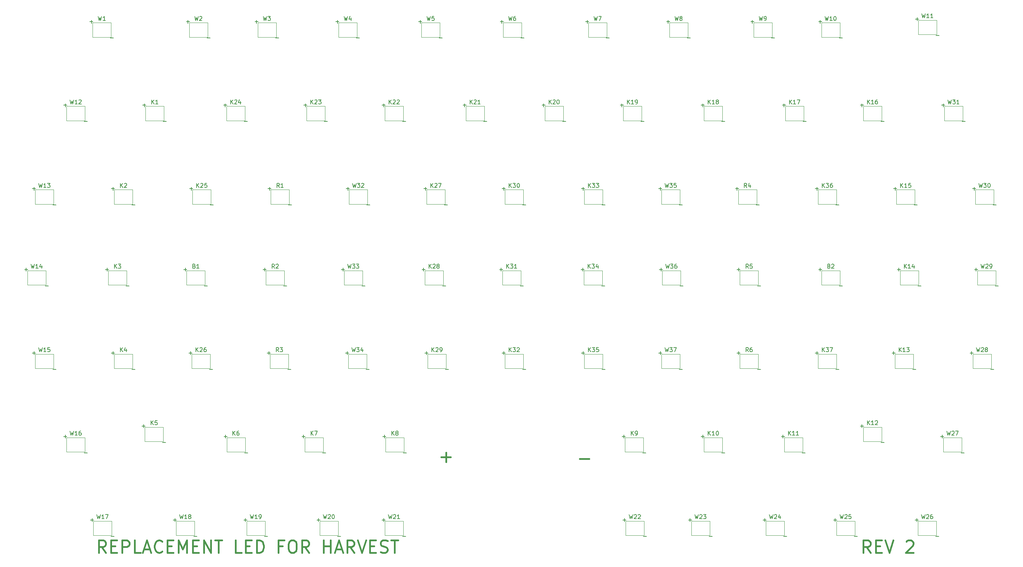
<source format=gbr>
%TF.GenerationSoftware,KiCad,Pcbnew,7.0.6-7.0.6~ubuntu22.04.1*%
%TF.CreationDate,2023-08-02T20:46:46-04:00*%
%TF.ProjectId,AG_HARVEST_LED,41475f48-4152-4564-9553-545f4c45442e,rev?*%
%TF.SameCoordinates,Original*%
%TF.FileFunction,Legend,Top*%
%TF.FilePolarity,Positive*%
%FSLAX46Y46*%
G04 Gerber Fmt 4.6, Leading zero omitted, Abs format (unit mm)*
G04 Created by KiCad (PCBNEW 7.0.6-7.0.6~ubuntu22.04.1) date 2023-08-02 20:46:46*
%MOMM*%
%LPD*%
G01*
G04 APERTURE LIST*
%ADD10C,0.400000*%
%ADD11C,0.150000*%
%ADD12C,0.120000*%
G04 APERTURE END LIST*
D10*
X46506728Y-168522057D02*
X45506728Y-167093485D01*
X44792442Y-168522057D02*
X44792442Y-165522057D01*
X44792442Y-165522057D02*
X45935299Y-165522057D01*
X45935299Y-165522057D02*
X46221014Y-165664914D01*
X46221014Y-165664914D02*
X46363871Y-165807771D01*
X46363871Y-165807771D02*
X46506728Y-166093485D01*
X46506728Y-166093485D02*
X46506728Y-166522057D01*
X46506728Y-166522057D02*
X46363871Y-166807771D01*
X46363871Y-166807771D02*
X46221014Y-166950628D01*
X46221014Y-166950628D02*
X45935299Y-167093485D01*
X45935299Y-167093485D02*
X44792442Y-167093485D01*
X47792442Y-166950628D02*
X48792442Y-166950628D01*
X49221014Y-168522057D02*
X47792442Y-168522057D01*
X47792442Y-168522057D02*
X47792442Y-165522057D01*
X47792442Y-165522057D02*
X49221014Y-165522057D01*
X50506728Y-168522057D02*
X50506728Y-165522057D01*
X50506728Y-165522057D02*
X51649585Y-165522057D01*
X51649585Y-165522057D02*
X51935300Y-165664914D01*
X51935300Y-165664914D02*
X52078157Y-165807771D01*
X52078157Y-165807771D02*
X52221014Y-166093485D01*
X52221014Y-166093485D02*
X52221014Y-166522057D01*
X52221014Y-166522057D02*
X52078157Y-166807771D01*
X52078157Y-166807771D02*
X51935300Y-166950628D01*
X51935300Y-166950628D02*
X51649585Y-167093485D01*
X51649585Y-167093485D02*
X50506728Y-167093485D01*
X54935300Y-168522057D02*
X53506728Y-168522057D01*
X53506728Y-168522057D02*
X53506728Y-165522057D01*
X55792442Y-167664914D02*
X57221014Y-167664914D01*
X55506728Y-168522057D02*
X56506728Y-165522057D01*
X56506728Y-165522057D02*
X57506728Y-168522057D01*
X60221014Y-168236342D02*
X60078157Y-168379200D01*
X60078157Y-168379200D02*
X59649585Y-168522057D01*
X59649585Y-168522057D02*
X59363871Y-168522057D01*
X59363871Y-168522057D02*
X58935300Y-168379200D01*
X58935300Y-168379200D02*
X58649585Y-168093485D01*
X58649585Y-168093485D02*
X58506728Y-167807771D01*
X58506728Y-167807771D02*
X58363871Y-167236342D01*
X58363871Y-167236342D02*
X58363871Y-166807771D01*
X58363871Y-166807771D02*
X58506728Y-166236342D01*
X58506728Y-166236342D02*
X58649585Y-165950628D01*
X58649585Y-165950628D02*
X58935300Y-165664914D01*
X58935300Y-165664914D02*
X59363871Y-165522057D01*
X59363871Y-165522057D02*
X59649585Y-165522057D01*
X59649585Y-165522057D02*
X60078157Y-165664914D01*
X60078157Y-165664914D02*
X60221014Y-165807771D01*
X61506728Y-166950628D02*
X62506728Y-166950628D01*
X62935300Y-168522057D02*
X61506728Y-168522057D01*
X61506728Y-168522057D02*
X61506728Y-165522057D01*
X61506728Y-165522057D02*
X62935300Y-165522057D01*
X64221014Y-168522057D02*
X64221014Y-165522057D01*
X64221014Y-165522057D02*
X65221014Y-167664914D01*
X65221014Y-167664914D02*
X66221014Y-165522057D01*
X66221014Y-165522057D02*
X66221014Y-168522057D01*
X67649585Y-166950628D02*
X68649585Y-166950628D01*
X69078157Y-168522057D02*
X67649585Y-168522057D01*
X67649585Y-168522057D02*
X67649585Y-165522057D01*
X67649585Y-165522057D02*
X69078157Y-165522057D01*
X70363871Y-168522057D02*
X70363871Y-165522057D01*
X70363871Y-165522057D02*
X72078157Y-168522057D01*
X72078157Y-168522057D02*
X72078157Y-165522057D01*
X73078157Y-165522057D02*
X74792443Y-165522057D01*
X73935300Y-168522057D02*
X73935300Y-165522057D01*
X79506728Y-168522057D02*
X78078156Y-168522057D01*
X78078156Y-168522057D02*
X78078156Y-165522057D01*
X80506727Y-166950628D02*
X81506727Y-166950628D01*
X81935299Y-168522057D02*
X80506727Y-168522057D01*
X80506727Y-168522057D02*
X80506727Y-165522057D01*
X80506727Y-165522057D02*
X81935299Y-165522057D01*
X83221013Y-168522057D02*
X83221013Y-165522057D01*
X83221013Y-165522057D02*
X83935299Y-165522057D01*
X83935299Y-165522057D02*
X84363870Y-165664914D01*
X84363870Y-165664914D02*
X84649585Y-165950628D01*
X84649585Y-165950628D02*
X84792442Y-166236342D01*
X84792442Y-166236342D02*
X84935299Y-166807771D01*
X84935299Y-166807771D02*
X84935299Y-167236342D01*
X84935299Y-167236342D02*
X84792442Y-167807771D01*
X84792442Y-167807771D02*
X84649585Y-168093485D01*
X84649585Y-168093485D02*
X84363870Y-168379200D01*
X84363870Y-168379200D02*
X83935299Y-168522057D01*
X83935299Y-168522057D02*
X83221013Y-168522057D01*
X89506727Y-166950628D02*
X88506727Y-166950628D01*
X88506727Y-168522057D02*
X88506727Y-165522057D01*
X88506727Y-165522057D02*
X89935299Y-165522057D01*
X91649585Y-165522057D02*
X92221013Y-165522057D01*
X92221013Y-165522057D02*
X92506728Y-165664914D01*
X92506728Y-165664914D02*
X92792442Y-165950628D01*
X92792442Y-165950628D02*
X92935299Y-166522057D01*
X92935299Y-166522057D02*
X92935299Y-167522057D01*
X92935299Y-167522057D02*
X92792442Y-168093485D01*
X92792442Y-168093485D02*
X92506728Y-168379200D01*
X92506728Y-168379200D02*
X92221013Y-168522057D01*
X92221013Y-168522057D02*
X91649585Y-168522057D01*
X91649585Y-168522057D02*
X91363871Y-168379200D01*
X91363871Y-168379200D02*
X91078156Y-168093485D01*
X91078156Y-168093485D02*
X90935299Y-167522057D01*
X90935299Y-167522057D02*
X90935299Y-166522057D01*
X90935299Y-166522057D02*
X91078156Y-165950628D01*
X91078156Y-165950628D02*
X91363871Y-165664914D01*
X91363871Y-165664914D02*
X91649585Y-165522057D01*
X95935299Y-168522057D02*
X94935299Y-167093485D01*
X94221013Y-168522057D02*
X94221013Y-165522057D01*
X94221013Y-165522057D02*
X95363870Y-165522057D01*
X95363870Y-165522057D02*
X95649585Y-165664914D01*
X95649585Y-165664914D02*
X95792442Y-165807771D01*
X95792442Y-165807771D02*
X95935299Y-166093485D01*
X95935299Y-166093485D02*
X95935299Y-166522057D01*
X95935299Y-166522057D02*
X95792442Y-166807771D01*
X95792442Y-166807771D02*
X95649585Y-166950628D01*
X95649585Y-166950628D02*
X95363870Y-167093485D01*
X95363870Y-167093485D02*
X94221013Y-167093485D01*
X99506727Y-168522057D02*
X99506727Y-165522057D01*
X99506727Y-166950628D02*
X101221013Y-166950628D01*
X101221013Y-168522057D02*
X101221013Y-165522057D01*
X102506727Y-167664914D02*
X103935299Y-167664914D01*
X102221013Y-168522057D02*
X103221013Y-165522057D01*
X103221013Y-165522057D02*
X104221013Y-168522057D01*
X106935299Y-168522057D02*
X105935299Y-167093485D01*
X105221013Y-168522057D02*
X105221013Y-165522057D01*
X105221013Y-165522057D02*
X106363870Y-165522057D01*
X106363870Y-165522057D02*
X106649585Y-165664914D01*
X106649585Y-165664914D02*
X106792442Y-165807771D01*
X106792442Y-165807771D02*
X106935299Y-166093485D01*
X106935299Y-166093485D02*
X106935299Y-166522057D01*
X106935299Y-166522057D02*
X106792442Y-166807771D01*
X106792442Y-166807771D02*
X106649585Y-166950628D01*
X106649585Y-166950628D02*
X106363870Y-167093485D01*
X106363870Y-167093485D02*
X105221013Y-167093485D01*
X107792442Y-165522057D02*
X108792442Y-168522057D01*
X108792442Y-168522057D02*
X109792442Y-165522057D01*
X110792442Y-166950628D02*
X111792442Y-166950628D01*
X112221014Y-168522057D02*
X110792442Y-168522057D01*
X110792442Y-168522057D02*
X110792442Y-165522057D01*
X110792442Y-165522057D02*
X112221014Y-165522057D01*
X113363871Y-168379200D02*
X113792443Y-168522057D01*
X113792443Y-168522057D02*
X114506728Y-168522057D01*
X114506728Y-168522057D02*
X114792443Y-168379200D01*
X114792443Y-168379200D02*
X114935300Y-168236342D01*
X114935300Y-168236342D02*
X115078157Y-167950628D01*
X115078157Y-167950628D02*
X115078157Y-167664914D01*
X115078157Y-167664914D02*
X114935300Y-167379200D01*
X114935300Y-167379200D02*
X114792443Y-167236342D01*
X114792443Y-167236342D02*
X114506728Y-167093485D01*
X114506728Y-167093485D02*
X113935300Y-166950628D01*
X113935300Y-166950628D02*
X113649585Y-166807771D01*
X113649585Y-166807771D02*
X113506728Y-166664914D01*
X113506728Y-166664914D02*
X113363871Y-166379200D01*
X113363871Y-166379200D02*
X113363871Y-166093485D01*
X113363871Y-166093485D02*
X113506728Y-165807771D01*
X113506728Y-165807771D02*
X113649585Y-165664914D01*
X113649585Y-165664914D02*
X113935300Y-165522057D01*
X113935300Y-165522057D02*
X114649585Y-165522057D01*
X114649585Y-165522057D02*
X115078157Y-165664914D01*
X115935300Y-165522057D02*
X117649586Y-165522057D01*
X116792443Y-168522057D02*
X116792443Y-165522057D01*
X232561728Y-168522057D02*
X231561728Y-167093485D01*
X230847442Y-168522057D02*
X230847442Y-165522057D01*
X230847442Y-165522057D02*
X231990299Y-165522057D01*
X231990299Y-165522057D02*
X232276014Y-165664914D01*
X232276014Y-165664914D02*
X232418871Y-165807771D01*
X232418871Y-165807771D02*
X232561728Y-166093485D01*
X232561728Y-166093485D02*
X232561728Y-166522057D01*
X232561728Y-166522057D02*
X232418871Y-166807771D01*
X232418871Y-166807771D02*
X232276014Y-166950628D01*
X232276014Y-166950628D02*
X231990299Y-167093485D01*
X231990299Y-167093485D02*
X230847442Y-167093485D01*
X233847442Y-166950628D02*
X234847442Y-166950628D01*
X235276014Y-168522057D02*
X233847442Y-168522057D01*
X233847442Y-168522057D02*
X233847442Y-165522057D01*
X233847442Y-165522057D02*
X235276014Y-165522057D01*
X236133157Y-165522057D02*
X237133157Y-168522057D01*
X237133157Y-168522057D02*
X238133157Y-165522057D01*
X241276014Y-165807771D02*
X241418871Y-165664914D01*
X241418871Y-165664914D02*
X241704586Y-165522057D01*
X241704586Y-165522057D02*
X242418871Y-165522057D01*
X242418871Y-165522057D02*
X242704586Y-165664914D01*
X242704586Y-165664914D02*
X242847443Y-165807771D01*
X242847443Y-165807771D02*
X242990300Y-166093485D01*
X242990300Y-166093485D02*
X242990300Y-166379200D01*
X242990300Y-166379200D02*
X242847443Y-166807771D01*
X242847443Y-166807771D02*
X241133157Y-168522057D01*
X241133157Y-168522057D02*
X242990300Y-168522057D01*
D11*
X220865714Y-79619819D02*
X220865714Y-78619819D01*
X221437142Y-79619819D02*
X221008571Y-79048390D01*
X221437142Y-78619819D02*
X220865714Y-79191247D01*
X221770476Y-78619819D02*
X222389523Y-78619819D01*
X222389523Y-78619819D02*
X222056190Y-79000771D01*
X222056190Y-79000771D02*
X222199047Y-79000771D01*
X222199047Y-79000771D02*
X222294285Y-79048390D01*
X222294285Y-79048390D02*
X222341904Y-79096009D01*
X222341904Y-79096009D02*
X222389523Y-79191247D01*
X222389523Y-79191247D02*
X222389523Y-79429342D01*
X222389523Y-79429342D02*
X222341904Y-79524580D01*
X222341904Y-79524580D02*
X222294285Y-79572200D01*
X222294285Y-79572200D02*
X222199047Y-79619819D01*
X222199047Y-79619819D02*
X221913333Y-79619819D01*
X221913333Y-79619819D02*
X221818095Y-79572200D01*
X221818095Y-79572200D02*
X221770476Y-79524580D01*
X223246666Y-78619819D02*
X223056190Y-78619819D01*
X223056190Y-78619819D02*
X222960952Y-78667438D01*
X222960952Y-78667438D02*
X222913333Y-78715057D01*
X222913333Y-78715057D02*
X222818095Y-78857914D01*
X222818095Y-78857914D02*
X222770476Y-79048390D01*
X222770476Y-79048390D02*
X222770476Y-79429342D01*
X222770476Y-79429342D02*
X222818095Y-79524580D01*
X222818095Y-79524580D02*
X222865714Y-79572200D01*
X222865714Y-79572200D02*
X222960952Y-79619819D01*
X222960952Y-79619819D02*
X223151428Y-79619819D01*
X223151428Y-79619819D02*
X223246666Y-79572200D01*
X223246666Y-79572200D02*
X223294285Y-79524580D01*
X223294285Y-79524580D02*
X223341904Y-79429342D01*
X223341904Y-79429342D02*
X223341904Y-79191247D01*
X223341904Y-79191247D02*
X223294285Y-79096009D01*
X223294285Y-79096009D02*
X223246666Y-79048390D01*
X223246666Y-79048390D02*
X223151428Y-79000771D01*
X223151428Y-79000771D02*
X222960952Y-79000771D01*
X222960952Y-79000771D02*
X222865714Y-79048390D01*
X222865714Y-79048390D02*
X222818095Y-79096009D01*
X222818095Y-79096009D02*
X222770476Y-79191247D01*
X224166779Y-83903866D02*
X224928684Y-83903866D01*
X219166779Y-79903866D02*
X219928684Y-79903866D01*
X219547731Y-80284819D02*
X219547731Y-79522914D01*
X259434048Y-98304819D02*
X259672143Y-99304819D01*
X259672143Y-99304819D02*
X259862619Y-98590533D01*
X259862619Y-98590533D02*
X260053095Y-99304819D01*
X260053095Y-99304819D02*
X260291191Y-98304819D01*
X260624524Y-98400057D02*
X260672143Y-98352438D01*
X260672143Y-98352438D02*
X260767381Y-98304819D01*
X260767381Y-98304819D02*
X261005476Y-98304819D01*
X261005476Y-98304819D02*
X261100714Y-98352438D01*
X261100714Y-98352438D02*
X261148333Y-98400057D01*
X261148333Y-98400057D02*
X261195952Y-98495295D01*
X261195952Y-98495295D02*
X261195952Y-98590533D01*
X261195952Y-98590533D02*
X261148333Y-98733390D01*
X261148333Y-98733390D02*
X260576905Y-99304819D01*
X260576905Y-99304819D02*
X261195952Y-99304819D01*
X261672143Y-99304819D02*
X261862619Y-99304819D01*
X261862619Y-99304819D02*
X261957857Y-99257200D01*
X261957857Y-99257200D02*
X262005476Y-99209580D01*
X262005476Y-99209580D02*
X262100714Y-99066723D01*
X262100714Y-99066723D02*
X262148333Y-98876247D01*
X262148333Y-98876247D02*
X262148333Y-98495295D01*
X262148333Y-98495295D02*
X262100714Y-98400057D01*
X262100714Y-98400057D02*
X262053095Y-98352438D01*
X262053095Y-98352438D02*
X261957857Y-98304819D01*
X261957857Y-98304819D02*
X261767381Y-98304819D01*
X261767381Y-98304819D02*
X261672143Y-98352438D01*
X261672143Y-98352438D02*
X261624524Y-98400057D01*
X261624524Y-98400057D02*
X261576905Y-98495295D01*
X261576905Y-98495295D02*
X261576905Y-98733390D01*
X261576905Y-98733390D02*
X261624524Y-98828628D01*
X261624524Y-98828628D02*
X261672143Y-98876247D01*
X261672143Y-98876247D02*
X261767381Y-98923866D01*
X261767381Y-98923866D02*
X261957857Y-98923866D01*
X261957857Y-98923866D02*
X262053095Y-98876247D01*
X262053095Y-98876247D02*
X262100714Y-98828628D01*
X262100714Y-98828628D02*
X262148333Y-98733390D01*
X262901779Y-103588866D02*
X263663684Y-103588866D01*
X257901779Y-99588866D02*
X258663684Y-99588866D01*
X258282731Y-99969819D02*
X258282731Y-99207914D01*
X174351905Y-139944819D02*
X174351905Y-138944819D01*
X174923333Y-139944819D02*
X174494762Y-139373390D01*
X174923333Y-138944819D02*
X174351905Y-139516247D01*
X175399524Y-139944819D02*
X175590000Y-139944819D01*
X175590000Y-139944819D02*
X175685238Y-139897200D01*
X175685238Y-139897200D02*
X175732857Y-139849580D01*
X175732857Y-139849580D02*
X175828095Y-139706723D01*
X175828095Y-139706723D02*
X175875714Y-139516247D01*
X175875714Y-139516247D02*
X175875714Y-139135295D01*
X175875714Y-139135295D02*
X175828095Y-139040057D01*
X175828095Y-139040057D02*
X175780476Y-138992438D01*
X175780476Y-138992438D02*
X175685238Y-138944819D01*
X175685238Y-138944819D02*
X175494762Y-138944819D01*
X175494762Y-138944819D02*
X175399524Y-138992438D01*
X175399524Y-138992438D02*
X175351905Y-139040057D01*
X175351905Y-139040057D02*
X175304286Y-139135295D01*
X175304286Y-139135295D02*
X175304286Y-139373390D01*
X175304286Y-139373390D02*
X175351905Y-139468628D01*
X175351905Y-139468628D02*
X175399524Y-139516247D01*
X175399524Y-139516247D02*
X175494762Y-139563866D01*
X175494762Y-139563866D02*
X175685238Y-139563866D01*
X175685238Y-139563866D02*
X175780476Y-139516247D01*
X175780476Y-139516247D02*
X175828095Y-139468628D01*
X175828095Y-139468628D02*
X175875714Y-139373390D01*
X172176779Y-140228866D02*
X172938684Y-140228866D01*
X172557731Y-140609819D02*
X172557731Y-139847914D01*
X177176779Y-144228866D02*
X177938684Y-144228866D01*
X30199048Y-118624819D02*
X30437143Y-119624819D01*
X30437143Y-119624819D02*
X30627619Y-118910533D01*
X30627619Y-118910533D02*
X30818095Y-119624819D01*
X30818095Y-119624819D02*
X31056191Y-118624819D01*
X31960952Y-119624819D02*
X31389524Y-119624819D01*
X31675238Y-119624819D02*
X31675238Y-118624819D01*
X31675238Y-118624819D02*
X31580000Y-118767676D01*
X31580000Y-118767676D02*
X31484762Y-118862914D01*
X31484762Y-118862914D02*
X31389524Y-118910533D01*
X32865714Y-118624819D02*
X32389524Y-118624819D01*
X32389524Y-118624819D02*
X32341905Y-119101009D01*
X32341905Y-119101009D02*
X32389524Y-119053390D01*
X32389524Y-119053390D02*
X32484762Y-119005771D01*
X32484762Y-119005771D02*
X32722857Y-119005771D01*
X32722857Y-119005771D02*
X32818095Y-119053390D01*
X32818095Y-119053390D02*
X32865714Y-119101009D01*
X32865714Y-119101009D02*
X32913333Y-119196247D01*
X32913333Y-119196247D02*
X32913333Y-119434342D01*
X32913333Y-119434342D02*
X32865714Y-119529580D01*
X32865714Y-119529580D02*
X32818095Y-119577200D01*
X32818095Y-119577200D02*
X32722857Y-119624819D01*
X32722857Y-119624819D02*
X32484762Y-119624819D01*
X32484762Y-119624819D02*
X32389524Y-119577200D01*
X32389524Y-119577200D02*
X32341905Y-119529580D01*
X28666779Y-119908866D02*
X29428684Y-119908866D01*
X29047731Y-120289819D02*
X29047731Y-119527914D01*
X33666779Y-123908866D02*
X34428684Y-123908866D01*
X68465714Y-119624819D02*
X68465714Y-118624819D01*
X69037142Y-119624819D02*
X68608571Y-119053390D01*
X69037142Y-118624819D02*
X68465714Y-119196247D01*
X69418095Y-118720057D02*
X69465714Y-118672438D01*
X69465714Y-118672438D02*
X69560952Y-118624819D01*
X69560952Y-118624819D02*
X69799047Y-118624819D01*
X69799047Y-118624819D02*
X69894285Y-118672438D01*
X69894285Y-118672438D02*
X69941904Y-118720057D01*
X69941904Y-118720057D02*
X69989523Y-118815295D01*
X69989523Y-118815295D02*
X69989523Y-118910533D01*
X69989523Y-118910533D02*
X69941904Y-119053390D01*
X69941904Y-119053390D02*
X69370476Y-119624819D01*
X69370476Y-119624819D02*
X69989523Y-119624819D01*
X70846666Y-118624819D02*
X70656190Y-118624819D01*
X70656190Y-118624819D02*
X70560952Y-118672438D01*
X70560952Y-118672438D02*
X70513333Y-118720057D01*
X70513333Y-118720057D02*
X70418095Y-118862914D01*
X70418095Y-118862914D02*
X70370476Y-119053390D01*
X70370476Y-119053390D02*
X70370476Y-119434342D01*
X70370476Y-119434342D02*
X70418095Y-119529580D01*
X70418095Y-119529580D02*
X70465714Y-119577200D01*
X70465714Y-119577200D02*
X70560952Y-119624819D01*
X70560952Y-119624819D02*
X70751428Y-119624819D01*
X70751428Y-119624819D02*
X70846666Y-119577200D01*
X70846666Y-119577200D02*
X70894285Y-119529580D01*
X70894285Y-119529580D02*
X70941904Y-119434342D01*
X70941904Y-119434342D02*
X70941904Y-119196247D01*
X70941904Y-119196247D02*
X70894285Y-119101009D01*
X70894285Y-119101009D02*
X70846666Y-119053390D01*
X70846666Y-119053390D02*
X70751428Y-119005771D01*
X70751428Y-119005771D02*
X70560952Y-119005771D01*
X70560952Y-119005771D02*
X70465714Y-119053390D01*
X70465714Y-119053390D02*
X70418095Y-119101009D01*
X70418095Y-119101009D02*
X70370476Y-119196247D01*
X66766779Y-119908866D02*
X67528684Y-119908866D01*
X67147731Y-120289819D02*
X67147731Y-119527914D01*
X71766779Y-123908866D02*
X72528684Y-123908866D01*
X76890714Y-59299819D02*
X76890714Y-58299819D01*
X77462142Y-59299819D02*
X77033571Y-58728390D01*
X77462142Y-58299819D02*
X76890714Y-58871247D01*
X77843095Y-58395057D02*
X77890714Y-58347438D01*
X77890714Y-58347438D02*
X77985952Y-58299819D01*
X77985952Y-58299819D02*
X78224047Y-58299819D01*
X78224047Y-58299819D02*
X78319285Y-58347438D01*
X78319285Y-58347438D02*
X78366904Y-58395057D01*
X78366904Y-58395057D02*
X78414523Y-58490295D01*
X78414523Y-58490295D02*
X78414523Y-58585533D01*
X78414523Y-58585533D02*
X78366904Y-58728390D01*
X78366904Y-58728390D02*
X77795476Y-59299819D01*
X77795476Y-59299819D02*
X78414523Y-59299819D01*
X79271666Y-58633152D02*
X79271666Y-59299819D01*
X79033571Y-58252200D02*
X78795476Y-58966485D01*
X78795476Y-58966485D02*
X79414523Y-58966485D01*
X75191779Y-59583866D02*
X75953684Y-59583866D01*
X75572731Y-59964819D02*
X75572731Y-59202914D01*
X80191779Y-63583866D02*
X80953684Y-63583866D01*
X163955714Y-119624819D02*
X163955714Y-118624819D01*
X164527142Y-119624819D02*
X164098571Y-119053390D01*
X164527142Y-118624819D02*
X163955714Y-119196247D01*
X164860476Y-118624819D02*
X165479523Y-118624819D01*
X165479523Y-118624819D02*
X165146190Y-119005771D01*
X165146190Y-119005771D02*
X165289047Y-119005771D01*
X165289047Y-119005771D02*
X165384285Y-119053390D01*
X165384285Y-119053390D02*
X165431904Y-119101009D01*
X165431904Y-119101009D02*
X165479523Y-119196247D01*
X165479523Y-119196247D02*
X165479523Y-119434342D01*
X165479523Y-119434342D02*
X165431904Y-119529580D01*
X165431904Y-119529580D02*
X165384285Y-119577200D01*
X165384285Y-119577200D02*
X165289047Y-119624819D01*
X165289047Y-119624819D02*
X165003333Y-119624819D01*
X165003333Y-119624819D02*
X164908095Y-119577200D01*
X164908095Y-119577200D02*
X164860476Y-119529580D01*
X166384285Y-118624819D02*
X165908095Y-118624819D01*
X165908095Y-118624819D02*
X165860476Y-119101009D01*
X165860476Y-119101009D02*
X165908095Y-119053390D01*
X165908095Y-119053390D02*
X166003333Y-119005771D01*
X166003333Y-119005771D02*
X166241428Y-119005771D01*
X166241428Y-119005771D02*
X166336666Y-119053390D01*
X166336666Y-119053390D02*
X166384285Y-119101009D01*
X166384285Y-119101009D02*
X166431904Y-119196247D01*
X166431904Y-119196247D02*
X166431904Y-119434342D01*
X166431904Y-119434342D02*
X166384285Y-119529580D01*
X166384285Y-119529580D02*
X166336666Y-119577200D01*
X166336666Y-119577200D02*
X166241428Y-119624819D01*
X166241428Y-119624819D02*
X166003333Y-119624819D01*
X166003333Y-119624819D02*
X165908095Y-119577200D01*
X165908095Y-119577200D02*
X165860476Y-119529580D01*
X162256779Y-119908866D02*
X163018684Y-119908866D01*
X162637731Y-120289819D02*
X162637731Y-119527914D01*
X167256779Y-123908866D02*
X168018684Y-123908866D01*
X220865714Y-119624819D02*
X220865714Y-118624819D01*
X221437142Y-119624819D02*
X221008571Y-119053390D01*
X221437142Y-118624819D02*
X220865714Y-119196247D01*
X221770476Y-118624819D02*
X222389523Y-118624819D01*
X222389523Y-118624819D02*
X222056190Y-119005771D01*
X222056190Y-119005771D02*
X222199047Y-119005771D01*
X222199047Y-119005771D02*
X222294285Y-119053390D01*
X222294285Y-119053390D02*
X222341904Y-119101009D01*
X222341904Y-119101009D02*
X222389523Y-119196247D01*
X222389523Y-119196247D02*
X222389523Y-119434342D01*
X222389523Y-119434342D02*
X222341904Y-119529580D01*
X222341904Y-119529580D02*
X222294285Y-119577200D01*
X222294285Y-119577200D02*
X222199047Y-119624819D01*
X222199047Y-119624819D02*
X221913333Y-119624819D01*
X221913333Y-119624819D02*
X221818095Y-119577200D01*
X221818095Y-119577200D02*
X221770476Y-119529580D01*
X222722857Y-118624819D02*
X223389523Y-118624819D01*
X223389523Y-118624819D02*
X222960952Y-119624819D01*
X224166779Y-123908866D02*
X224928684Y-123908866D01*
X219166779Y-119908866D02*
X219928684Y-119908866D01*
X219547731Y-120289819D02*
X219547731Y-119527914D01*
X207999048Y-159264819D02*
X208237143Y-160264819D01*
X208237143Y-160264819D02*
X208427619Y-159550533D01*
X208427619Y-159550533D02*
X208618095Y-160264819D01*
X208618095Y-160264819D02*
X208856191Y-159264819D01*
X209189524Y-159360057D02*
X209237143Y-159312438D01*
X209237143Y-159312438D02*
X209332381Y-159264819D01*
X209332381Y-159264819D02*
X209570476Y-159264819D01*
X209570476Y-159264819D02*
X209665714Y-159312438D01*
X209665714Y-159312438D02*
X209713333Y-159360057D01*
X209713333Y-159360057D02*
X209760952Y-159455295D01*
X209760952Y-159455295D02*
X209760952Y-159550533D01*
X209760952Y-159550533D02*
X209713333Y-159693390D01*
X209713333Y-159693390D02*
X209141905Y-160264819D01*
X209141905Y-160264819D02*
X209760952Y-160264819D01*
X210618095Y-159598152D02*
X210618095Y-160264819D01*
X210380000Y-159217200D02*
X210141905Y-159931485D01*
X210141905Y-159931485D02*
X210760952Y-159931485D01*
X211466779Y-164548866D02*
X212228684Y-164548866D01*
X206466779Y-160548866D02*
X207228684Y-160548866D01*
X206847731Y-160929819D02*
X206847731Y-160167914D01*
X144665714Y-119624819D02*
X144665714Y-118624819D01*
X145237142Y-119624819D02*
X144808571Y-119053390D01*
X145237142Y-118624819D02*
X144665714Y-119196247D01*
X145570476Y-118624819D02*
X146189523Y-118624819D01*
X146189523Y-118624819D02*
X145856190Y-119005771D01*
X145856190Y-119005771D02*
X145999047Y-119005771D01*
X145999047Y-119005771D02*
X146094285Y-119053390D01*
X146094285Y-119053390D02*
X146141904Y-119101009D01*
X146141904Y-119101009D02*
X146189523Y-119196247D01*
X146189523Y-119196247D02*
X146189523Y-119434342D01*
X146189523Y-119434342D02*
X146141904Y-119529580D01*
X146141904Y-119529580D02*
X146094285Y-119577200D01*
X146094285Y-119577200D02*
X145999047Y-119624819D01*
X145999047Y-119624819D02*
X145713333Y-119624819D01*
X145713333Y-119624819D02*
X145618095Y-119577200D01*
X145618095Y-119577200D02*
X145570476Y-119529580D01*
X146570476Y-118720057D02*
X146618095Y-118672438D01*
X146618095Y-118672438D02*
X146713333Y-118624819D01*
X146713333Y-118624819D02*
X146951428Y-118624819D01*
X146951428Y-118624819D02*
X147046666Y-118672438D01*
X147046666Y-118672438D02*
X147094285Y-118720057D01*
X147094285Y-118720057D02*
X147141904Y-118815295D01*
X147141904Y-118815295D02*
X147141904Y-118910533D01*
X147141904Y-118910533D02*
X147094285Y-119053390D01*
X147094285Y-119053390D02*
X146522857Y-119624819D01*
X146522857Y-119624819D02*
X147141904Y-119624819D01*
X142966779Y-119908866D02*
X143728684Y-119908866D01*
X143347731Y-120289819D02*
X143347731Y-119527914D01*
X147966779Y-123908866D02*
X148728684Y-123908866D01*
X193095714Y-59299819D02*
X193095714Y-58299819D01*
X193667142Y-59299819D02*
X193238571Y-58728390D01*
X193667142Y-58299819D02*
X193095714Y-58871247D01*
X194619523Y-59299819D02*
X194048095Y-59299819D01*
X194333809Y-59299819D02*
X194333809Y-58299819D01*
X194333809Y-58299819D02*
X194238571Y-58442676D01*
X194238571Y-58442676D02*
X194143333Y-58537914D01*
X194143333Y-58537914D02*
X194048095Y-58585533D01*
X195190952Y-58728390D02*
X195095714Y-58680771D01*
X195095714Y-58680771D02*
X195048095Y-58633152D01*
X195048095Y-58633152D02*
X195000476Y-58537914D01*
X195000476Y-58537914D02*
X195000476Y-58490295D01*
X195000476Y-58490295D02*
X195048095Y-58395057D01*
X195048095Y-58395057D02*
X195095714Y-58347438D01*
X195095714Y-58347438D02*
X195190952Y-58299819D01*
X195190952Y-58299819D02*
X195381428Y-58299819D01*
X195381428Y-58299819D02*
X195476666Y-58347438D01*
X195476666Y-58347438D02*
X195524285Y-58395057D01*
X195524285Y-58395057D02*
X195571904Y-58490295D01*
X195571904Y-58490295D02*
X195571904Y-58537914D01*
X195571904Y-58537914D02*
X195524285Y-58633152D01*
X195524285Y-58633152D02*
X195476666Y-58680771D01*
X195476666Y-58680771D02*
X195381428Y-58728390D01*
X195381428Y-58728390D02*
X195190952Y-58728390D01*
X195190952Y-58728390D02*
X195095714Y-58776009D01*
X195095714Y-58776009D02*
X195048095Y-58823628D01*
X195048095Y-58823628D02*
X195000476Y-58918866D01*
X195000476Y-58918866D02*
X195000476Y-59109342D01*
X195000476Y-59109342D02*
X195048095Y-59204580D01*
X195048095Y-59204580D02*
X195095714Y-59252200D01*
X195095714Y-59252200D02*
X195190952Y-59299819D01*
X195190952Y-59299819D02*
X195381428Y-59299819D01*
X195381428Y-59299819D02*
X195476666Y-59252200D01*
X195476666Y-59252200D02*
X195524285Y-59204580D01*
X195524285Y-59204580D02*
X195571904Y-59109342D01*
X195571904Y-59109342D02*
X195571904Y-58918866D01*
X195571904Y-58918866D02*
X195524285Y-58823628D01*
X195524285Y-58823628D02*
X195476666Y-58776009D01*
X195476666Y-58776009D02*
X195381428Y-58728390D01*
X191396779Y-59583866D02*
X192158684Y-59583866D01*
X191777731Y-59964819D02*
X191777731Y-59202914D01*
X196396779Y-63583866D02*
X197158684Y-63583866D01*
X258969048Y-78619819D02*
X259207143Y-79619819D01*
X259207143Y-79619819D02*
X259397619Y-78905533D01*
X259397619Y-78905533D02*
X259588095Y-79619819D01*
X259588095Y-79619819D02*
X259826191Y-78619819D01*
X260111905Y-78619819D02*
X260730952Y-78619819D01*
X260730952Y-78619819D02*
X260397619Y-79000771D01*
X260397619Y-79000771D02*
X260540476Y-79000771D01*
X260540476Y-79000771D02*
X260635714Y-79048390D01*
X260635714Y-79048390D02*
X260683333Y-79096009D01*
X260683333Y-79096009D02*
X260730952Y-79191247D01*
X260730952Y-79191247D02*
X260730952Y-79429342D01*
X260730952Y-79429342D02*
X260683333Y-79524580D01*
X260683333Y-79524580D02*
X260635714Y-79572200D01*
X260635714Y-79572200D02*
X260540476Y-79619819D01*
X260540476Y-79619819D02*
X260254762Y-79619819D01*
X260254762Y-79619819D02*
X260159524Y-79572200D01*
X260159524Y-79572200D02*
X260111905Y-79524580D01*
X261350000Y-78619819D02*
X261445238Y-78619819D01*
X261445238Y-78619819D02*
X261540476Y-78667438D01*
X261540476Y-78667438D02*
X261588095Y-78715057D01*
X261588095Y-78715057D02*
X261635714Y-78810295D01*
X261635714Y-78810295D02*
X261683333Y-79000771D01*
X261683333Y-79000771D02*
X261683333Y-79238866D01*
X261683333Y-79238866D02*
X261635714Y-79429342D01*
X261635714Y-79429342D02*
X261588095Y-79524580D01*
X261588095Y-79524580D02*
X261540476Y-79572200D01*
X261540476Y-79572200D02*
X261445238Y-79619819D01*
X261445238Y-79619819D02*
X261350000Y-79619819D01*
X261350000Y-79619819D02*
X261254762Y-79572200D01*
X261254762Y-79572200D02*
X261207143Y-79524580D01*
X261207143Y-79524580D02*
X261159524Y-79429342D01*
X261159524Y-79429342D02*
X261111905Y-79238866D01*
X261111905Y-79238866D02*
X261111905Y-79000771D01*
X261111905Y-79000771D02*
X261159524Y-78810295D01*
X261159524Y-78810295D02*
X261207143Y-78715057D01*
X261207143Y-78715057D02*
X261254762Y-78667438D01*
X261254762Y-78667438D02*
X261350000Y-78619819D01*
X257436779Y-79903866D02*
X258198684Y-79903866D01*
X257817731Y-80284819D02*
X257817731Y-79522914D01*
X262436779Y-83903866D02*
X263198684Y-83903866D01*
X244999048Y-159264819D02*
X245237143Y-160264819D01*
X245237143Y-160264819D02*
X245427619Y-159550533D01*
X245427619Y-159550533D02*
X245618095Y-160264819D01*
X245618095Y-160264819D02*
X245856191Y-159264819D01*
X246189524Y-159360057D02*
X246237143Y-159312438D01*
X246237143Y-159312438D02*
X246332381Y-159264819D01*
X246332381Y-159264819D02*
X246570476Y-159264819D01*
X246570476Y-159264819D02*
X246665714Y-159312438D01*
X246665714Y-159312438D02*
X246713333Y-159360057D01*
X246713333Y-159360057D02*
X246760952Y-159455295D01*
X246760952Y-159455295D02*
X246760952Y-159550533D01*
X246760952Y-159550533D02*
X246713333Y-159693390D01*
X246713333Y-159693390D02*
X246141905Y-160264819D01*
X246141905Y-160264819D02*
X246760952Y-160264819D01*
X247618095Y-159264819D02*
X247427619Y-159264819D01*
X247427619Y-159264819D02*
X247332381Y-159312438D01*
X247332381Y-159312438D02*
X247284762Y-159360057D01*
X247284762Y-159360057D02*
X247189524Y-159502914D01*
X247189524Y-159502914D02*
X247141905Y-159693390D01*
X247141905Y-159693390D02*
X247141905Y-160074342D01*
X247141905Y-160074342D02*
X247189524Y-160169580D01*
X247189524Y-160169580D02*
X247237143Y-160217200D01*
X247237143Y-160217200D02*
X247332381Y-160264819D01*
X247332381Y-160264819D02*
X247522857Y-160264819D01*
X247522857Y-160264819D02*
X247618095Y-160217200D01*
X247618095Y-160217200D02*
X247665714Y-160169580D01*
X247665714Y-160169580D02*
X247713333Y-160074342D01*
X247713333Y-160074342D02*
X247713333Y-159836247D01*
X247713333Y-159836247D02*
X247665714Y-159741009D01*
X247665714Y-159741009D02*
X247618095Y-159693390D01*
X247618095Y-159693390D02*
X247522857Y-159645771D01*
X247522857Y-159645771D02*
X247332381Y-159645771D01*
X247332381Y-159645771D02*
X247237143Y-159693390D01*
X247237143Y-159693390D02*
X247189524Y-159741009D01*
X247189524Y-159741009D02*
X247141905Y-159836247D01*
X243466779Y-160548866D02*
X244228684Y-160548866D01*
X243847731Y-160929819D02*
X243847731Y-160167914D01*
X248466779Y-164548866D02*
X249228684Y-164548866D01*
X64489048Y-159264819D02*
X64727143Y-160264819D01*
X64727143Y-160264819D02*
X64917619Y-159550533D01*
X64917619Y-159550533D02*
X65108095Y-160264819D01*
X65108095Y-160264819D02*
X65346191Y-159264819D01*
X66250952Y-160264819D02*
X65679524Y-160264819D01*
X65965238Y-160264819D02*
X65965238Y-159264819D01*
X65965238Y-159264819D02*
X65870000Y-159407676D01*
X65870000Y-159407676D02*
X65774762Y-159502914D01*
X65774762Y-159502914D02*
X65679524Y-159550533D01*
X66822381Y-159693390D02*
X66727143Y-159645771D01*
X66727143Y-159645771D02*
X66679524Y-159598152D01*
X66679524Y-159598152D02*
X66631905Y-159502914D01*
X66631905Y-159502914D02*
X66631905Y-159455295D01*
X66631905Y-159455295D02*
X66679524Y-159360057D01*
X66679524Y-159360057D02*
X66727143Y-159312438D01*
X66727143Y-159312438D02*
X66822381Y-159264819D01*
X66822381Y-159264819D02*
X67012857Y-159264819D01*
X67012857Y-159264819D02*
X67108095Y-159312438D01*
X67108095Y-159312438D02*
X67155714Y-159360057D01*
X67155714Y-159360057D02*
X67203333Y-159455295D01*
X67203333Y-159455295D02*
X67203333Y-159502914D01*
X67203333Y-159502914D02*
X67155714Y-159598152D01*
X67155714Y-159598152D02*
X67108095Y-159645771D01*
X67108095Y-159645771D02*
X67012857Y-159693390D01*
X67012857Y-159693390D02*
X66822381Y-159693390D01*
X66822381Y-159693390D02*
X66727143Y-159741009D01*
X66727143Y-159741009D02*
X66679524Y-159788628D01*
X66679524Y-159788628D02*
X66631905Y-159883866D01*
X66631905Y-159883866D02*
X66631905Y-160074342D01*
X66631905Y-160074342D02*
X66679524Y-160169580D01*
X66679524Y-160169580D02*
X66727143Y-160217200D01*
X66727143Y-160217200D02*
X66822381Y-160264819D01*
X66822381Y-160264819D02*
X67012857Y-160264819D01*
X67012857Y-160264819D02*
X67108095Y-160217200D01*
X67108095Y-160217200D02*
X67155714Y-160169580D01*
X67155714Y-160169580D02*
X67203333Y-160074342D01*
X67203333Y-160074342D02*
X67203333Y-159883866D01*
X67203333Y-159883866D02*
X67155714Y-159788628D01*
X67155714Y-159788628D02*
X67108095Y-159741009D01*
X67108095Y-159741009D02*
X67012857Y-159693390D01*
X67956779Y-164548866D02*
X68718684Y-164548866D01*
X62956779Y-160548866D02*
X63718684Y-160548866D01*
X63337731Y-160929819D02*
X63337731Y-160167914D01*
X50061905Y-119624819D02*
X50061905Y-118624819D01*
X50633333Y-119624819D02*
X50204762Y-119053390D01*
X50633333Y-118624819D02*
X50061905Y-119196247D01*
X51490476Y-118958152D02*
X51490476Y-119624819D01*
X51252381Y-118577200D02*
X51014286Y-119291485D01*
X51014286Y-119291485D02*
X51633333Y-119291485D01*
X52886779Y-123908866D02*
X53648684Y-123908866D01*
X47886779Y-119908866D02*
X48648684Y-119908866D01*
X48267731Y-120289819D02*
X48267731Y-119527914D01*
X116101905Y-139944819D02*
X116101905Y-138944819D01*
X116673333Y-139944819D02*
X116244762Y-139373390D01*
X116673333Y-138944819D02*
X116101905Y-139516247D01*
X117244762Y-139373390D02*
X117149524Y-139325771D01*
X117149524Y-139325771D02*
X117101905Y-139278152D01*
X117101905Y-139278152D02*
X117054286Y-139182914D01*
X117054286Y-139182914D02*
X117054286Y-139135295D01*
X117054286Y-139135295D02*
X117101905Y-139040057D01*
X117101905Y-139040057D02*
X117149524Y-138992438D01*
X117149524Y-138992438D02*
X117244762Y-138944819D01*
X117244762Y-138944819D02*
X117435238Y-138944819D01*
X117435238Y-138944819D02*
X117530476Y-138992438D01*
X117530476Y-138992438D02*
X117578095Y-139040057D01*
X117578095Y-139040057D02*
X117625714Y-139135295D01*
X117625714Y-139135295D02*
X117625714Y-139182914D01*
X117625714Y-139182914D02*
X117578095Y-139278152D01*
X117578095Y-139278152D02*
X117530476Y-139325771D01*
X117530476Y-139325771D02*
X117435238Y-139373390D01*
X117435238Y-139373390D02*
X117244762Y-139373390D01*
X117244762Y-139373390D02*
X117149524Y-139421009D01*
X117149524Y-139421009D02*
X117101905Y-139468628D01*
X117101905Y-139468628D02*
X117054286Y-139563866D01*
X117054286Y-139563866D02*
X117054286Y-139754342D01*
X117054286Y-139754342D02*
X117101905Y-139849580D01*
X117101905Y-139849580D02*
X117149524Y-139897200D01*
X117149524Y-139897200D02*
X117244762Y-139944819D01*
X117244762Y-139944819D02*
X117435238Y-139944819D01*
X117435238Y-139944819D02*
X117530476Y-139897200D01*
X117530476Y-139897200D02*
X117578095Y-139849580D01*
X117578095Y-139849580D02*
X117625714Y-139754342D01*
X117625714Y-139754342D02*
X117625714Y-139563866D01*
X117625714Y-139563866D02*
X117578095Y-139468628D01*
X117578095Y-139468628D02*
X117530476Y-139421009D01*
X117530476Y-139421009D02*
X117435238Y-139373390D01*
X118926779Y-144228866D02*
X119688684Y-144228866D01*
X113926779Y-140228866D02*
X114688684Y-140228866D01*
X114307731Y-140609819D02*
X114307731Y-139847914D01*
X30199048Y-78619819D02*
X30437143Y-79619819D01*
X30437143Y-79619819D02*
X30627619Y-78905533D01*
X30627619Y-78905533D02*
X30818095Y-79619819D01*
X30818095Y-79619819D02*
X31056191Y-78619819D01*
X31960952Y-79619819D02*
X31389524Y-79619819D01*
X31675238Y-79619819D02*
X31675238Y-78619819D01*
X31675238Y-78619819D02*
X31580000Y-78762676D01*
X31580000Y-78762676D02*
X31484762Y-78857914D01*
X31484762Y-78857914D02*
X31389524Y-78905533D01*
X32294286Y-78619819D02*
X32913333Y-78619819D01*
X32913333Y-78619819D02*
X32580000Y-79000771D01*
X32580000Y-79000771D02*
X32722857Y-79000771D01*
X32722857Y-79000771D02*
X32818095Y-79048390D01*
X32818095Y-79048390D02*
X32865714Y-79096009D01*
X32865714Y-79096009D02*
X32913333Y-79191247D01*
X32913333Y-79191247D02*
X32913333Y-79429342D01*
X32913333Y-79429342D02*
X32865714Y-79524580D01*
X32865714Y-79524580D02*
X32818095Y-79572200D01*
X32818095Y-79572200D02*
X32722857Y-79619819D01*
X32722857Y-79619819D02*
X32437143Y-79619819D01*
X32437143Y-79619819D02*
X32341905Y-79572200D01*
X32341905Y-79572200D02*
X32294286Y-79524580D01*
X33666779Y-83903866D02*
X34428684Y-83903866D01*
X28666779Y-79903866D02*
X29428684Y-79903866D01*
X29047731Y-80284819D02*
X29047731Y-79522914D01*
X125150714Y-99304819D02*
X125150714Y-98304819D01*
X125722142Y-99304819D02*
X125293571Y-98733390D01*
X125722142Y-98304819D02*
X125150714Y-98876247D01*
X126103095Y-98400057D02*
X126150714Y-98352438D01*
X126150714Y-98352438D02*
X126245952Y-98304819D01*
X126245952Y-98304819D02*
X126484047Y-98304819D01*
X126484047Y-98304819D02*
X126579285Y-98352438D01*
X126579285Y-98352438D02*
X126626904Y-98400057D01*
X126626904Y-98400057D02*
X126674523Y-98495295D01*
X126674523Y-98495295D02*
X126674523Y-98590533D01*
X126674523Y-98590533D02*
X126626904Y-98733390D01*
X126626904Y-98733390D02*
X126055476Y-99304819D01*
X126055476Y-99304819D02*
X126674523Y-99304819D01*
X127245952Y-98733390D02*
X127150714Y-98685771D01*
X127150714Y-98685771D02*
X127103095Y-98638152D01*
X127103095Y-98638152D02*
X127055476Y-98542914D01*
X127055476Y-98542914D02*
X127055476Y-98495295D01*
X127055476Y-98495295D02*
X127103095Y-98400057D01*
X127103095Y-98400057D02*
X127150714Y-98352438D01*
X127150714Y-98352438D02*
X127245952Y-98304819D01*
X127245952Y-98304819D02*
X127436428Y-98304819D01*
X127436428Y-98304819D02*
X127531666Y-98352438D01*
X127531666Y-98352438D02*
X127579285Y-98400057D01*
X127579285Y-98400057D02*
X127626904Y-98495295D01*
X127626904Y-98495295D02*
X127626904Y-98542914D01*
X127626904Y-98542914D02*
X127579285Y-98638152D01*
X127579285Y-98638152D02*
X127531666Y-98685771D01*
X127531666Y-98685771D02*
X127436428Y-98733390D01*
X127436428Y-98733390D02*
X127245952Y-98733390D01*
X127245952Y-98733390D02*
X127150714Y-98781009D01*
X127150714Y-98781009D02*
X127103095Y-98828628D01*
X127103095Y-98828628D02*
X127055476Y-98923866D01*
X127055476Y-98923866D02*
X127055476Y-99114342D01*
X127055476Y-99114342D02*
X127103095Y-99209580D01*
X127103095Y-99209580D02*
X127150714Y-99257200D01*
X127150714Y-99257200D02*
X127245952Y-99304819D01*
X127245952Y-99304819D02*
X127436428Y-99304819D01*
X127436428Y-99304819D02*
X127531666Y-99257200D01*
X127531666Y-99257200D02*
X127579285Y-99209580D01*
X127579285Y-99209580D02*
X127626904Y-99114342D01*
X127626904Y-99114342D02*
X127626904Y-98923866D01*
X127626904Y-98923866D02*
X127579285Y-98828628D01*
X127579285Y-98828628D02*
X127531666Y-98781009D01*
X127531666Y-98781009D02*
X127436428Y-98733390D01*
X123451779Y-99588866D02*
X124213684Y-99588866D01*
X123832731Y-99969819D02*
X123832731Y-99207914D01*
X128451779Y-103588866D02*
X129213684Y-103588866D01*
X231830714Y-59299819D02*
X231830714Y-58299819D01*
X232402142Y-59299819D02*
X231973571Y-58728390D01*
X232402142Y-58299819D02*
X231830714Y-58871247D01*
X233354523Y-59299819D02*
X232783095Y-59299819D01*
X233068809Y-59299819D02*
X233068809Y-58299819D01*
X233068809Y-58299819D02*
X232973571Y-58442676D01*
X232973571Y-58442676D02*
X232878333Y-58537914D01*
X232878333Y-58537914D02*
X232783095Y-58585533D01*
X234211666Y-58299819D02*
X234021190Y-58299819D01*
X234021190Y-58299819D02*
X233925952Y-58347438D01*
X233925952Y-58347438D02*
X233878333Y-58395057D01*
X233878333Y-58395057D02*
X233783095Y-58537914D01*
X233783095Y-58537914D02*
X233735476Y-58728390D01*
X233735476Y-58728390D02*
X233735476Y-59109342D01*
X233735476Y-59109342D02*
X233783095Y-59204580D01*
X233783095Y-59204580D02*
X233830714Y-59252200D01*
X233830714Y-59252200D02*
X233925952Y-59299819D01*
X233925952Y-59299819D02*
X234116428Y-59299819D01*
X234116428Y-59299819D02*
X234211666Y-59252200D01*
X234211666Y-59252200D02*
X234259285Y-59204580D01*
X234259285Y-59204580D02*
X234306904Y-59109342D01*
X234306904Y-59109342D02*
X234306904Y-58871247D01*
X234306904Y-58871247D02*
X234259285Y-58776009D01*
X234259285Y-58776009D02*
X234211666Y-58728390D01*
X234211666Y-58728390D02*
X234116428Y-58680771D01*
X234116428Y-58680771D02*
X233925952Y-58680771D01*
X233925952Y-58680771D02*
X233830714Y-58728390D01*
X233830714Y-58728390D02*
X233783095Y-58776009D01*
X233783095Y-58776009D02*
X233735476Y-58871247D01*
X235131779Y-63583866D02*
X235893684Y-63583866D01*
X230131779Y-59583866D02*
X230893684Y-59583866D01*
X230512731Y-59964819D02*
X230512731Y-59202914D01*
X125615714Y-79619819D02*
X125615714Y-78619819D01*
X126187142Y-79619819D02*
X125758571Y-79048390D01*
X126187142Y-78619819D02*
X125615714Y-79191247D01*
X126568095Y-78715057D02*
X126615714Y-78667438D01*
X126615714Y-78667438D02*
X126710952Y-78619819D01*
X126710952Y-78619819D02*
X126949047Y-78619819D01*
X126949047Y-78619819D02*
X127044285Y-78667438D01*
X127044285Y-78667438D02*
X127091904Y-78715057D01*
X127091904Y-78715057D02*
X127139523Y-78810295D01*
X127139523Y-78810295D02*
X127139523Y-78905533D01*
X127139523Y-78905533D02*
X127091904Y-79048390D01*
X127091904Y-79048390D02*
X126520476Y-79619819D01*
X126520476Y-79619819D02*
X127139523Y-79619819D01*
X127472857Y-78619819D02*
X128139523Y-78619819D01*
X128139523Y-78619819D02*
X127710952Y-79619819D01*
X123916779Y-79903866D02*
X124678684Y-79903866D01*
X124297731Y-80284819D02*
X124297731Y-79522914D01*
X128916779Y-83903866D02*
X129678684Y-83903866D01*
X96405714Y-59299819D02*
X96405714Y-58299819D01*
X96977142Y-59299819D02*
X96548571Y-58728390D01*
X96977142Y-58299819D02*
X96405714Y-58871247D01*
X97358095Y-58395057D02*
X97405714Y-58347438D01*
X97405714Y-58347438D02*
X97500952Y-58299819D01*
X97500952Y-58299819D02*
X97739047Y-58299819D01*
X97739047Y-58299819D02*
X97834285Y-58347438D01*
X97834285Y-58347438D02*
X97881904Y-58395057D01*
X97881904Y-58395057D02*
X97929523Y-58490295D01*
X97929523Y-58490295D02*
X97929523Y-58585533D01*
X97929523Y-58585533D02*
X97881904Y-58728390D01*
X97881904Y-58728390D02*
X97310476Y-59299819D01*
X97310476Y-59299819D02*
X97929523Y-59299819D01*
X98262857Y-58299819D02*
X98881904Y-58299819D01*
X98881904Y-58299819D02*
X98548571Y-58680771D01*
X98548571Y-58680771D02*
X98691428Y-58680771D01*
X98691428Y-58680771D02*
X98786666Y-58728390D01*
X98786666Y-58728390D02*
X98834285Y-58776009D01*
X98834285Y-58776009D02*
X98881904Y-58871247D01*
X98881904Y-58871247D02*
X98881904Y-59109342D01*
X98881904Y-59109342D02*
X98834285Y-59204580D01*
X98834285Y-59204580D02*
X98786666Y-59252200D01*
X98786666Y-59252200D02*
X98691428Y-59299819D01*
X98691428Y-59299819D02*
X98405714Y-59299819D01*
X98405714Y-59299819D02*
X98310476Y-59252200D01*
X98310476Y-59252200D02*
X98262857Y-59204580D01*
X94706779Y-59583866D02*
X95468684Y-59583866D01*
X95087731Y-59964819D02*
X95087731Y-59202914D01*
X99706779Y-63583866D02*
X100468684Y-63583866D01*
X173410714Y-59299819D02*
X173410714Y-58299819D01*
X173982142Y-59299819D02*
X173553571Y-58728390D01*
X173982142Y-58299819D02*
X173410714Y-58871247D01*
X174934523Y-59299819D02*
X174363095Y-59299819D01*
X174648809Y-59299819D02*
X174648809Y-58299819D01*
X174648809Y-58299819D02*
X174553571Y-58442676D01*
X174553571Y-58442676D02*
X174458333Y-58537914D01*
X174458333Y-58537914D02*
X174363095Y-58585533D01*
X175410714Y-59299819D02*
X175601190Y-59299819D01*
X175601190Y-59299819D02*
X175696428Y-59252200D01*
X175696428Y-59252200D02*
X175744047Y-59204580D01*
X175744047Y-59204580D02*
X175839285Y-59061723D01*
X175839285Y-59061723D02*
X175886904Y-58871247D01*
X175886904Y-58871247D02*
X175886904Y-58490295D01*
X175886904Y-58490295D02*
X175839285Y-58395057D01*
X175839285Y-58395057D02*
X175791666Y-58347438D01*
X175791666Y-58347438D02*
X175696428Y-58299819D01*
X175696428Y-58299819D02*
X175505952Y-58299819D01*
X175505952Y-58299819D02*
X175410714Y-58347438D01*
X175410714Y-58347438D02*
X175363095Y-58395057D01*
X175363095Y-58395057D02*
X175315476Y-58490295D01*
X175315476Y-58490295D02*
X175315476Y-58728390D01*
X175315476Y-58728390D02*
X175363095Y-58823628D01*
X175363095Y-58823628D02*
X175410714Y-58871247D01*
X175410714Y-58871247D02*
X175505952Y-58918866D01*
X175505952Y-58918866D02*
X175696428Y-58918866D01*
X175696428Y-58918866D02*
X175791666Y-58871247D01*
X175791666Y-58871247D02*
X175839285Y-58823628D01*
X175839285Y-58823628D02*
X175886904Y-58728390D01*
X176711779Y-63583866D02*
X177473684Y-63583866D01*
X171711779Y-59583866D02*
X172473684Y-59583866D01*
X172092731Y-59964819D02*
X172092731Y-59202914D01*
X99414048Y-159264819D02*
X99652143Y-160264819D01*
X99652143Y-160264819D02*
X99842619Y-159550533D01*
X99842619Y-159550533D02*
X100033095Y-160264819D01*
X100033095Y-160264819D02*
X100271191Y-159264819D01*
X100604524Y-159360057D02*
X100652143Y-159312438D01*
X100652143Y-159312438D02*
X100747381Y-159264819D01*
X100747381Y-159264819D02*
X100985476Y-159264819D01*
X100985476Y-159264819D02*
X101080714Y-159312438D01*
X101080714Y-159312438D02*
X101128333Y-159360057D01*
X101128333Y-159360057D02*
X101175952Y-159455295D01*
X101175952Y-159455295D02*
X101175952Y-159550533D01*
X101175952Y-159550533D02*
X101128333Y-159693390D01*
X101128333Y-159693390D02*
X100556905Y-160264819D01*
X100556905Y-160264819D02*
X101175952Y-160264819D01*
X101795000Y-159264819D02*
X101890238Y-159264819D01*
X101890238Y-159264819D02*
X101985476Y-159312438D01*
X101985476Y-159312438D02*
X102033095Y-159360057D01*
X102033095Y-159360057D02*
X102080714Y-159455295D01*
X102080714Y-159455295D02*
X102128333Y-159645771D01*
X102128333Y-159645771D02*
X102128333Y-159883866D01*
X102128333Y-159883866D02*
X102080714Y-160074342D01*
X102080714Y-160074342D02*
X102033095Y-160169580D01*
X102033095Y-160169580D02*
X101985476Y-160217200D01*
X101985476Y-160217200D02*
X101890238Y-160264819D01*
X101890238Y-160264819D02*
X101795000Y-160264819D01*
X101795000Y-160264819D02*
X101699762Y-160217200D01*
X101699762Y-160217200D02*
X101652143Y-160169580D01*
X101652143Y-160169580D02*
X101604524Y-160074342D01*
X101604524Y-160074342D02*
X101556905Y-159883866D01*
X101556905Y-159883866D02*
X101556905Y-159645771D01*
X101556905Y-159645771D02*
X101604524Y-159455295D01*
X101604524Y-159455295D02*
X101652143Y-159360057D01*
X101652143Y-159360057D02*
X101699762Y-159312438D01*
X101699762Y-159312438D02*
X101795000Y-159264819D01*
X102881779Y-164548866D02*
X103643684Y-164548866D01*
X97881779Y-160548866D02*
X98643684Y-160548866D01*
X98262731Y-160929819D02*
X98262731Y-160167914D01*
X182769048Y-98304819D02*
X183007143Y-99304819D01*
X183007143Y-99304819D02*
X183197619Y-98590533D01*
X183197619Y-98590533D02*
X183388095Y-99304819D01*
X183388095Y-99304819D02*
X183626191Y-98304819D01*
X183911905Y-98304819D02*
X184530952Y-98304819D01*
X184530952Y-98304819D02*
X184197619Y-98685771D01*
X184197619Y-98685771D02*
X184340476Y-98685771D01*
X184340476Y-98685771D02*
X184435714Y-98733390D01*
X184435714Y-98733390D02*
X184483333Y-98781009D01*
X184483333Y-98781009D02*
X184530952Y-98876247D01*
X184530952Y-98876247D02*
X184530952Y-99114342D01*
X184530952Y-99114342D02*
X184483333Y-99209580D01*
X184483333Y-99209580D02*
X184435714Y-99257200D01*
X184435714Y-99257200D02*
X184340476Y-99304819D01*
X184340476Y-99304819D02*
X184054762Y-99304819D01*
X184054762Y-99304819D02*
X183959524Y-99257200D01*
X183959524Y-99257200D02*
X183911905Y-99209580D01*
X185388095Y-98304819D02*
X185197619Y-98304819D01*
X185197619Y-98304819D02*
X185102381Y-98352438D01*
X185102381Y-98352438D02*
X185054762Y-98400057D01*
X185054762Y-98400057D02*
X184959524Y-98542914D01*
X184959524Y-98542914D02*
X184911905Y-98733390D01*
X184911905Y-98733390D02*
X184911905Y-99114342D01*
X184911905Y-99114342D02*
X184959524Y-99209580D01*
X184959524Y-99209580D02*
X185007143Y-99257200D01*
X185007143Y-99257200D02*
X185102381Y-99304819D01*
X185102381Y-99304819D02*
X185292857Y-99304819D01*
X185292857Y-99304819D02*
X185388095Y-99257200D01*
X185388095Y-99257200D02*
X185435714Y-99209580D01*
X185435714Y-99209580D02*
X185483333Y-99114342D01*
X185483333Y-99114342D02*
X185483333Y-98876247D01*
X185483333Y-98876247D02*
X185435714Y-98781009D01*
X185435714Y-98781009D02*
X185388095Y-98733390D01*
X185388095Y-98733390D02*
X185292857Y-98685771D01*
X185292857Y-98685771D02*
X185102381Y-98685771D01*
X185102381Y-98685771D02*
X185007143Y-98733390D01*
X185007143Y-98733390D02*
X184959524Y-98781009D01*
X184959524Y-98781009D02*
X184911905Y-98876247D01*
X181236779Y-99588866D02*
X181998684Y-99588866D01*
X181617731Y-99969819D02*
X181617731Y-99207914D01*
X186236779Y-103588866D02*
X186998684Y-103588866D01*
X87533333Y-99304819D02*
X87200000Y-98828628D01*
X86961905Y-99304819D02*
X86961905Y-98304819D01*
X86961905Y-98304819D02*
X87342857Y-98304819D01*
X87342857Y-98304819D02*
X87438095Y-98352438D01*
X87438095Y-98352438D02*
X87485714Y-98400057D01*
X87485714Y-98400057D02*
X87533333Y-98495295D01*
X87533333Y-98495295D02*
X87533333Y-98638152D01*
X87533333Y-98638152D02*
X87485714Y-98733390D01*
X87485714Y-98733390D02*
X87438095Y-98781009D01*
X87438095Y-98781009D02*
X87342857Y-98828628D01*
X87342857Y-98828628D02*
X86961905Y-98828628D01*
X87914286Y-98400057D02*
X87961905Y-98352438D01*
X87961905Y-98352438D02*
X88057143Y-98304819D01*
X88057143Y-98304819D02*
X88295238Y-98304819D01*
X88295238Y-98304819D02*
X88390476Y-98352438D01*
X88390476Y-98352438D02*
X88438095Y-98400057D01*
X88438095Y-98400057D02*
X88485714Y-98495295D01*
X88485714Y-98495295D02*
X88485714Y-98590533D01*
X88485714Y-98590533D02*
X88438095Y-98733390D01*
X88438095Y-98733390D02*
X87866667Y-99304819D01*
X87866667Y-99304819D02*
X88485714Y-99304819D01*
X84786779Y-99588866D02*
X85548684Y-99588866D01*
X85167731Y-99969819D02*
X85167731Y-99207914D01*
X89786779Y-103588866D02*
X90548684Y-103588866D01*
X258334048Y-118624819D02*
X258572143Y-119624819D01*
X258572143Y-119624819D02*
X258762619Y-118910533D01*
X258762619Y-118910533D02*
X258953095Y-119624819D01*
X258953095Y-119624819D02*
X259191191Y-118624819D01*
X259524524Y-118720057D02*
X259572143Y-118672438D01*
X259572143Y-118672438D02*
X259667381Y-118624819D01*
X259667381Y-118624819D02*
X259905476Y-118624819D01*
X259905476Y-118624819D02*
X260000714Y-118672438D01*
X260000714Y-118672438D02*
X260048333Y-118720057D01*
X260048333Y-118720057D02*
X260095952Y-118815295D01*
X260095952Y-118815295D02*
X260095952Y-118910533D01*
X260095952Y-118910533D02*
X260048333Y-119053390D01*
X260048333Y-119053390D02*
X259476905Y-119624819D01*
X259476905Y-119624819D02*
X260095952Y-119624819D01*
X260667381Y-119053390D02*
X260572143Y-119005771D01*
X260572143Y-119005771D02*
X260524524Y-118958152D01*
X260524524Y-118958152D02*
X260476905Y-118862914D01*
X260476905Y-118862914D02*
X260476905Y-118815295D01*
X260476905Y-118815295D02*
X260524524Y-118720057D01*
X260524524Y-118720057D02*
X260572143Y-118672438D01*
X260572143Y-118672438D02*
X260667381Y-118624819D01*
X260667381Y-118624819D02*
X260857857Y-118624819D01*
X260857857Y-118624819D02*
X260953095Y-118672438D01*
X260953095Y-118672438D02*
X261000714Y-118720057D01*
X261000714Y-118720057D02*
X261048333Y-118815295D01*
X261048333Y-118815295D02*
X261048333Y-118862914D01*
X261048333Y-118862914D02*
X261000714Y-118958152D01*
X261000714Y-118958152D02*
X260953095Y-119005771D01*
X260953095Y-119005771D02*
X260857857Y-119053390D01*
X260857857Y-119053390D02*
X260667381Y-119053390D01*
X260667381Y-119053390D02*
X260572143Y-119101009D01*
X260572143Y-119101009D02*
X260524524Y-119148628D01*
X260524524Y-119148628D02*
X260476905Y-119243866D01*
X260476905Y-119243866D02*
X260476905Y-119434342D01*
X260476905Y-119434342D02*
X260524524Y-119529580D01*
X260524524Y-119529580D02*
X260572143Y-119577200D01*
X260572143Y-119577200D02*
X260667381Y-119624819D01*
X260667381Y-119624819D02*
X260857857Y-119624819D01*
X260857857Y-119624819D02*
X260953095Y-119577200D01*
X260953095Y-119577200D02*
X261000714Y-119529580D01*
X261000714Y-119529580D02*
X261048333Y-119434342D01*
X261048333Y-119434342D02*
X261048333Y-119243866D01*
X261048333Y-119243866D02*
X261000714Y-119148628D01*
X261000714Y-119148628D02*
X260953095Y-119101009D01*
X260953095Y-119101009D02*
X260857857Y-119053390D01*
X261801779Y-123908866D02*
X262563684Y-123908866D01*
X256801779Y-119908866D02*
X257563684Y-119908866D01*
X257182731Y-120289819D02*
X257182731Y-119527914D01*
X221504048Y-37979819D02*
X221742143Y-38979819D01*
X221742143Y-38979819D02*
X221932619Y-38265533D01*
X221932619Y-38265533D02*
X222123095Y-38979819D01*
X222123095Y-38979819D02*
X222361191Y-37979819D01*
X223265952Y-38979819D02*
X222694524Y-38979819D01*
X222980238Y-38979819D02*
X222980238Y-37979819D01*
X222980238Y-37979819D02*
X222885000Y-38122676D01*
X222885000Y-38122676D02*
X222789762Y-38217914D01*
X222789762Y-38217914D02*
X222694524Y-38265533D01*
X223885000Y-37979819D02*
X223980238Y-37979819D01*
X223980238Y-37979819D02*
X224075476Y-38027438D01*
X224075476Y-38027438D02*
X224123095Y-38075057D01*
X224123095Y-38075057D02*
X224170714Y-38170295D01*
X224170714Y-38170295D02*
X224218333Y-38360771D01*
X224218333Y-38360771D02*
X224218333Y-38598866D01*
X224218333Y-38598866D02*
X224170714Y-38789342D01*
X224170714Y-38789342D02*
X224123095Y-38884580D01*
X224123095Y-38884580D02*
X224075476Y-38932200D01*
X224075476Y-38932200D02*
X223980238Y-38979819D01*
X223980238Y-38979819D02*
X223885000Y-38979819D01*
X223885000Y-38979819D02*
X223789762Y-38932200D01*
X223789762Y-38932200D02*
X223742143Y-38884580D01*
X223742143Y-38884580D02*
X223694524Y-38789342D01*
X223694524Y-38789342D02*
X223646905Y-38598866D01*
X223646905Y-38598866D02*
X223646905Y-38360771D01*
X223646905Y-38360771D02*
X223694524Y-38170295D01*
X223694524Y-38170295D02*
X223742143Y-38075057D01*
X223742143Y-38075057D02*
X223789762Y-38027438D01*
X223789762Y-38027438D02*
X223885000Y-37979819D01*
X224971779Y-43263866D02*
X225733684Y-43263866D01*
X219971779Y-39263866D02*
X220733684Y-39263866D01*
X220352731Y-39644819D02*
X220352731Y-38882914D01*
X105369048Y-98304819D02*
X105607143Y-99304819D01*
X105607143Y-99304819D02*
X105797619Y-98590533D01*
X105797619Y-98590533D02*
X105988095Y-99304819D01*
X105988095Y-99304819D02*
X106226191Y-98304819D01*
X106511905Y-98304819D02*
X107130952Y-98304819D01*
X107130952Y-98304819D02*
X106797619Y-98685771D01*
X106797619Y-98685771D02*
X106940476Y-98685771D01*
X106940476Y-98685771D02*
X107035714Y-98733390D01*
X107035714Y-98733390D02*
X107083333Y-98781009D01*
X107083333Y-98781009D02*
X107130952Y-98876247D01*
X107130952Y-98876247D02*
X107130952Y-99114342D01*
X107130952Y-99114342D02*
X107083333Y-99209580D01*
X107083333Y-99209580D02*
X107035714Y-99257200D01*
X107035714Y-99257200D02*
X106940476Y-99304819D01*
X106940476Y-99304819D02*
X106654762Y-99304819D01*
X106654762Y-99304819D02*
X106559524Y-99257200D01*
X106559524Y-99257200D02*
X106511905Y-99209580D01*
X107464286Y-98304819D02*
X108083333Y-98304819D01*
X108083333Y-98304819D02*
X107750000Y-98685771D01*
X107750000Y-98685771D02*
X107892857Y-98685771D01*
X107892857Y-98685771D02*
X107988095Y-98733390D01*
X107988095Y-98733390D02*
X108035714Y-98781009D01*
X108035714Y-98781009D02*
X108083333Y-98876247D01*
X108083333Y-98876247D02*
X108083333Y-99114342D01*
X108083333Y-99114342D02*
X108035714Y-99209580D01*
X108035714Y-99209580D02*
X107988095Y-99257200D01*
X107988095Y-99257200D02*
X107892857Y-99304819D01*
X107892857Y-99304819D02*
X107607143Y-99304819D01*
X107607143Y-99304819D02*
X107511905Y-99257200D01*
X107511905Y-99257200D02*
X107464286Y-99209580D01*
X103836779Y-99588866D02*
X104598684Y-99588866D01*
X104217731Y-99969819D02*
X104217731Y-99207914D01*
X108836779Y-103588866D02*
X109598684Y-103588866D01*
X205470238Y-37979819D02*
X205708333Y-38979819D01*
X205708333Y-38979819D02*
X205898809Y-38265533D01*
X205898809Y-38265533D02*
X206089285Y-38979819D01*
X206089285Y-38979819D02*
X206327381Y-37979819D01*
X206755952Y-38979819D02*
X206946428Y-38979819D01*
X206946428Y-38979819D02*
X207041666Y-38932200D01*
X207041666Y-38932200D02*
X207089285Y-38884580D01*
X207089285Y-38884580D02*
X207184523Y-38741723D01*
X207184523Y-38741723D02*
X207232142Y-38551247D01*
X207232142Y-38551247D02*
X207232142Y-38170295D01*
X207232142Y-38170295D02*
X207184523Y-38075057D01*
X207184523Y-38075057D02*
X207136904Y-38027438D01*
X207136904Y-38027438D02*
X207041666Y-37979819D01*
X207041666Y-37979819D02*
X206851190Y-37979819D01*
X206851190Y-37979819D02*
X206755952Y-38027438D01*
X206755952Y-38027438D02*
X206708333Y-38075057D01*
X206708333Y-38075057D02*
X206660714Y-38170295D01*
X206660714Y-38170295D02*
X206660714Y-38408390D01*
X206660714Y-38408390D02*
X206708333Y-38503628D01*
X206708333Y-38503628D02*
X206755952Y-38551247D01*
X206755952Y-38551247D02*
X206851190Y-38598866D01*
X206851190Y-38598866D02*
X207041666Y-38598866D01*
X207041666Y-38598866D02*
X207136904Y-38551247D01*
X207136904Y-38551247D02*
X207184523Y-38503628D01*
X207184523Y-38503628D02*
X207232142Y-38408390D01*
X208461779Y-43263866D02*
X209223684Y-43263866D01*
X203461779Y-39263866D02*
X204223684Y-39263866D01*
X203842731Y-39644819D02*
X203842731Y-38882914D01*
X193095714Y-139944819D02*
X193095714Y-138944819D01*
X193667142Y-139944819D02*
X193238571Y-139373390D01*
X193667142Y-138944819D02*
X193095714Y-139516247D01*
X194619523Y-139944819D02*
X194048095Y-139944819D01*
X194333809Y-139944819D02*
X194333809Y-138944819D01*
X194333809Y-138944819D02*
X194238571Y-139087676D01*
X194238571Y-139087676D02*
X194143333Y-139182914D01*
X194143333Y-139182914D02*
X194048095Y-139230533D01*
X195238571Y-138944819D02*
X195333809Y-138944819D01*
X195333809Y-138944819D02*
X195429047Y-138992438D01*
X195429047Y-138992438D02*
X195476666Y-139040057D01*
X195476666Y-139040057D02*
X195524285Y-139135295D01*
X195524285Y-139135295D02*
X195571904Y-139325771D01*
X195571904Y-139325771D02*
X195571904Y-139563866D01*
X195571904Y-139563866D02*
X195524285Y-139754342D01*
X195524285Y-139754342D02*
X195476666Y-139849580D01*
X195476666Y-139849580D02*
X195429047Y-139897200D01*
X195429047Y-139897200D02*
X195333809Y-139944819D01*
X195333809Y-139944819D02*
X195238571Y-139944819D01*
X195238571Y-139944819D02*
X195143333Y-139897200D01*
X195143333Y-139897200D02*
X195095714Y-139849580D01*
X195095714Y-139849580D02*
X195048095Y-139754342D01*
X195048095Y-139754342D02*
X195000476Y-139563866D01*
X195000476Y-139563866D02*
X195000476Y-139325771D01*
X195000476Y-139325771D02*
X195048095Y-139135295D01*
X195048095Y-139135295D02*
X195095714Y-139040057D01*
X195095714Y-139040057D02*
X195143333Y-138992438D01*
X195143333Y-138992438D02*
X195238571Y-138944819D01*
X191396779Y-140228866D02*
X192158684Y-140228866D01*
X191777731Y-140609819D02*
X191777731Y-139847914D01*
X196396779Y-144228866D02*
X197158684Y-144228866D01*
X202863333Y-99304819D02*
X202530000Y-98828628D01*
X202291905Y-99304819D02*
X202291905Y-98304819D01*
X202291905Y-98304819D02*
X202672857Y-98304819D01*
X202672857Y-98304819D02*
X202768095Y-98352438D01*
X202768095Y-98352438D02*
X202815714Y-98400057D01*
X202815714Y-98400057D02*
X202863333Y-98495295D01*
X202863333Y-98495295D02*
X202863333Y-98638152D01*
X202863333Y-98638152D02*
X202815714Y-98733390D01*
X202815714Y-98733390D02*
X202768095Y-98781009D01*
X202768095Y-98781009D02*
X202672857Y-98828628D01*
X202672857Y-98828628D02*
X202291905Y-98828628D01*
X203768095Y-98304819D02*
X203291905Y-98304819D01*
X203291905Y-98304819D02*
X203244286Y-98781009D01*
X203244286Y-98781009D02*
X203291905Y-98733390D01*
X203291905Y-98733390D02*
X203387143Y-98685771D01*
X203387143Y-98685771D02*
X203625238Y-98685771D01*
X203625238Y-98685771D02*
X203720476Y-98733390D01*
X203720476Y-98733390D02*
X203768095Y-98781009D01*
X203768095Y-98781009D02*
X203815714Y-98876247D01*
X203815714Y-98876247D02*
X203815714Y-99114342D01*
X203815714Y-99114342D02*
X203768095Y-99209580D01*
X203768095Y-99209580D02*
X203720476Y-99257200D01*
X203720476Y-99257200D02*
X203625238Y-99304819D01*
X203625238Y-99304819D02*
X203387143Y-99304819D01*
X203387143Y-99304819D02*
X203291905Y-99257200D01*
X203291905Y-99257200D02*
X203244286Y-99209580D01*
X205116779Y-103588866D02*
X205878684Y-103588866D01*
X200116779Y-99588866D02*
X200878684Y-99588866D01*
X200497731Y-99969819D02*
X200497731Y-99207914D01*
X84820238Y-37979819D02*
X85058333Y-38979819D01*
X85058333Y-38979819D02*
X85248809Y-38265533D01*
X85248809Y-38265533D02*
X85439285Y-38979819D01*
X85439285Y-38979819D02*
X85677381Y-37979819D01*
X85963095Y-37979819D02*
X86582142Y-37979819D01*
X86582142Y-37979819D02*
X86248809Y-38360771D01*
X86248809Y-38360771D02*
X86391666Y-38360771D01*
X86391666Y-38360771D02*
X86486904Y-38408390D01*
X86486904Y-38408390D02*
X86534523Y-38456009D01*
X86534523Y-38456009D02*
X86582142Y-38551247D01*
X86582142Y-38551247D02*
X86582142Y-38789342D01*
X86582142Y-38789342D02*
X86534523Y-38884580D01*
X86534523Y-38884580D02*
X86486904Y-38932200D01*
X86486904Y-38932200D02*
X86391666Y-38979819D01*
X86391666Y-38979819D02*
X86105952Y-38979819D01*
X86105952Y-38979819D02*
X86010714Y-38932200D01*
X86010714Y-38932200D02*
X85963095Y-38884580D01*
X82811779Y-39263866D02*
X83573684Y-39263866D01*
X83192731Y-39644819D02*
X83192731Y-38882914D01*
X87811779Y-43263866D02*
X88573684Y-43263866D01*
X96416905Y-139944819D02*
X96416905Y-138944819D01*
X96988333Y-139944819D02*
X96559762Y-139373390D01*
X96988333Y-138944819D02*
X96416905Y-139516247D01*
X97321667Y-138944819D02*
X97988333Y-138944819D01*
X97988333Y-138944819D02*
X97559762Y-139944819D01*
X94241779Y-140228866D02*
X95003684Y-140228866D01*
X94622731Y-140609819D02*
X94622731Y-139847914D01*
X99241779Y-144228866D02*
X100003684Y-144228866D01*
X125855714Y-119624819D02*
X125855714Y-118624819D01*
X126427142Y-119624819D02*
X125998571Y-119053390D01*
X126427142Y-118624819D02*
X125855714Y-119196247D01*
X126808095Y-118720057D02*
X126855714Y-118672438D01*
X126855714Y-118672438D02*
X126950952Y-118624819D01*
X126950952Y-118624819D02*
X127189047Y-118624819D01*
X127189047Y-118624819D02*
X127284285Y-118672438D01*
X127284285Y-118672438D02*
X127331904Y-118720057D01*
X127331904Y-118720057D02*
X127379523Y-118815295D01*
X127379523Y-118815295D02*
X127379523Y-118910533D01*
X127379523Y-118910533D02*
X127331904Y-119053390D01*
X127331904Y-119053390D02*
X126760476Y-119624819D01*
X126760476Y-119624819D02*
X127379523Y-119624819D01*
X127855714Y-119624819D02*
X128046190Y-119624819D01*
X128046190Y-119624819D02*
X128141428Y-119577200D01*
X128141428Y-119577200D02*
X128189047Y-119529580D01*
X128189047Y-119529580D02*
X128284285Y-119386723D01*
X128284285Y-119386723D02*
X128331904Y-119196247D01*
X128331904Y-119196247D02*
X128331904Y-118815295D01*
X128331904Y-118815295D02*
X128284285Y-118720057D01*
X128284285Y-118720057D02*
X128236666Y-118672438D01*
X128236666Y-118672438D02*
X128141428Y-118624819D01*
X128141428Y-118624819D02*
X127950952Y-118624819D01*
X127950952Y-118624819D02*
X127855714Y-118672438D01*
X127855714Y-118672438D02*
X127808095Y-118720057D01*
X127808095Y-118720057D02*
X127760476Y-118815295D01*
X127760476Y-118815295D02*
X127760476Y-119053390D01*
X127760476Y-119053390D02*
X127808095Y-119148628D01*
X127808095Y-119148628D02*
X127855714Y-119196247D01*
X127855714Y-119196247D02*
X127950952Y-119243866D01*
X127950952Y-119243866D02*
X128141428Y-119243866D01*
X128141428Y-119243866D02*
X128236666Y-119196247D01*
X128236666Y-119196247D02*
X128284285Y-119148628D01*
X128284285Y-119148628D02*
X128331904Y-119053390D01*
X124156779Y-119908866D02*
X124918684Y-119908866D01*
X124537731Y-120289819D02*
X124537731Y-119527914D01*
X129156779Y-123908866D02*
X129918684Y-123908866D01*
X251179048Y-138944819D02*
X251417143Y-139944819D01*
X251417143Y-139944819D02*
X251607619Y-139230533D01*
X251607619Y-139230533D02*
X251798095Y-139944819D01*
X251798095Y-139944819D02*
X252036191Y-138944819D01*
X252369524Y-139040057D02*
X252417143Y-138992438D01*
X252417143Y-138992438D02*
X252512381Y-138944819D01*
X252512381Y-138944819D02*
X252750476Y-138944819D01*
X252750476Y-138944819D02*
X252845714Y-138992438D01*
X252845714Y-138992438D02*
X252893333Y-139040057D01*
X252893333Y-139040057D02*
X252940952Y-139135295D01*
X252940952Y-139135295D02*
X252940952Y-139230533D01*
X252940952Y-139230533D02*
X252893333Y-139373390D01*
X252893333Y-139373390D02*
X252321905Y-139944819D01*
X252321905Y-139944819D02*
X252940952Y-139944819D01*
X253274286Y-138944819D02*
X253940952Y-138944819D01*
X253940952Y-138944819D02*
X253512381Y-139944819D01*
X254646779Y-144228866D02*
X255408684Y-144228866D01*
X249646779Y-140228866D02*
X250408684Y-140228866D01*
X250027731Y-140609819D02*
X250027731Y-139847914D01*
X154360714Y-59299819D02*
X154360714Y-58299819D01*
X154932142Y-59299819D02*
X154503571Y-58728390D01*
X154932142Y-58299819D02*
X154360714Y-58871247D01*
X155313095Y-58395057D02*
X155360714Y-58347438D01*
X155360714Y-58347438D02*
X155455952Y-58299819D01*
X155455952Y-58299819D02*
X155694047Y-58299819D01*
X155694047Y-58299819D02*
X155789285Y-58347438D01*
X155789285Y-58347438D02*
X155836904Y-58395057D01*
X155836904Y-58395057D02*
X155884523Y-58490295D01*
X155884523Y-58490295D02*
X155884523Y-58585533D01*
X155884523Y-58585533D02*
X155836904Y-58728390D01*
X155836904Y-58728390D02*
X155265476Y-59299819D01*
X155265476Y-59299819D02*
X155884523Y-59299819D01*
X156503571Y-58299819D02*
X156598809Y-58299819D01*
X156598809Y-58299819D02*
X156694047Y-58347438D01*
X156694047Y-58347438D02*
X156741666Y-58395057D01*
X156741666Y-58395057D02*
X156789285Y-58490295D01*
X156789285Y-58490295D02*
X156836904Y-58680771D01*
X156836904Y-58680771D02*
X156836904Y-58918866D01*
X156836904Y-58918866D02*
X156789285Y-59109342D01*
X156789285Y-59109342D02*
X156741666Y-59204580D01*
X156741666Y-59204580D02*
X156694047Y-59252200D01*
X156694047Y-59252200D02*
X156598809Y-59299819D01*
X156598809Y-59299819D02*
X156503571Y-59299819D01*
X156503571Y-59299819D02*
X156408333Y-59252200D01*
X156408333Y-59252200D02*
X156360714Y-59204580D01*
X156360714Y-59204580D02*
X156313095Y-59109342D01*
X156313095Y-59109342D02*
X156265476Y-58918866D01*
X156265476Y-58918866D02*
X156265476Y-58680771D01*
X156265476Y-58680771D02*
X156313095Y-58490295D01*
X156313095Y-58490295D02*
X156360714Y-58395057D01*
X156360714Y-58395057D02*
X156408333Y-58347438D01*
X156408333Y-58347438D02*
X156503571Y-58299819D01*
X157661779Y-63583866D02*
X158423684Y-63583866D01*
X152661779Y-59583866D02*
X153423684Y-59583866D01*
X153042731Y-59964819D02*
X153042731Y-59202914D01*
X251419048Y-58299819D02*
X251657143Y-59299819D01*
X251657143Y-59299819D02*
X251847619Y-58585533D01*
X251847619Y-58585533D02*
X252038095Y-59299819D01*
X252038095Y-59299819D02*
X252276191Y-58299819D01*
X252561905Y-58299819D02*
X253180952Y-58299819D01*
X253180952Y-58299819D02*
X252847619Y-58680771D01*
X252847619Y-58680771D02*
X252990476Y-58680771D01*
X252990476Y-58680771D02*
X253085714Y-58728390D01*
X253085714Y-58728390D02*
X253133333Y-58776009D01*
X253133333Y-58776009D02*
X253180952Y-58871247D01*
X253180952Y-58871247D02*
X253180952Y-59109342D01*
X253180952Y-59109342D02*
X253133333Y-59204580D01*
X253133333Y-59204580D02*
X253085714Y-59252200D01*
X253085714Y-59252200D02*
X252990476Y-59299819D01*
X252990476Y-59299819D02*
X252704762Y-59299819D01*
X252704762Y-59299819D02*
X252609524Y-59252200D01*
X252609524Y-59252200D02*
X252561905Y-59204580D01*
X254133333Y-59299819D02*
X253561905Y-59299819D01*
X253847619Y-59299819D02*
X253847619Y-58299819D01*
X253847619Y-58299819D02*
X253752381Y-58442676D01*
X253752381Y-58442676D02*
X253657143Y-58537914D01*
X253657143Y-58537914D02*
X253561905Y-58585533D01*
X254886779Y-63583866D02*
X255648684Y-63583866D01*
X249886779Y-59583866D02*
X250648684Y-59583866D01*
X250267731Y-59964819D02*
X250267731Y-59202914D01*
X106569048Y-78619819D02*
X106807143Y-79619819D01*
X106807143Y-79619819D02*
X106997619Y-78905533D01*
X106997619Y-78905533D02*
X107188095Y-79619819D01*
X107188095Y-79619819D02*
X107426191Y-78619819D01*
X107711905Y-78619819D02*
X108330952Y-78619819D01*
X108330952Y-78619819D02*
X107997619Y-79000771D01*
X107997619Y-79000771D02*
X108140476Y-79000771D01*
X108140476Y-79000771D02*
X108235714Y-79048390D01*
X108235714Y-79048390D02*
X108283333Y-79096009D01*
X108283333Y-79096009D02*
X108330952Y-79191247D01*
X108330952Y-79191247D02*
X108330952Y-79429342D01*
X108330952Y-79429342D02*
X108283333Y-79524580D01*
X108283333Y-79524580D02*
X108235714Y-79572200D01*
X108235714Y-79572200D02*
X108140476Y-79619819D01*
X108140476Y-79619819D02*
X107854762Y-79619819D01*
X107854762Y-79619819D02*
X107759524Y-79572200D01*
X107759524Y-79572200D02*
X107711905Y-79524580D01*
X108711905Y-78715057D02*
X108759524Y-78667438D01*
X108759524Y-78667438D02*
X108854762Y-78619819D01*
X108854762Y-78619819D02*
X109092857Y-78619819D01*
X109092857Y-78619819D02*
X109188095Y-78667438D01*
X109188095Y-78667438D02*
X109235714Y-78715057D01*
X109235714Y-78715057D02*
X109283333Y-78810295D01*
X109283333Y-78810295D02*
X109283333Y-78905533D01*
X109283333Y-78905533D02*
X109235714Y-79048390D01*
X109235714Y-79048390D02*
X108664286Y-79619819D01*
X108664286Y-79619819D02*
X109283333Y-79619819D01*
X105036779Y-79903866D02*
X105798684Y-79903866D01*
X105417731Y-80284819D02*
X105417731Y-79522914D01*
X110036779Y-83903866D02*
X110798684Y-83903866D01*
X202468333Y-79619819D02*
X202135000Y-79143628D01*
X201896905Y-79619819D02*
X201896905Y-78619819D01*
X201896905Y-78619819D02*
X202277857Y-78619819D01*
X202277857Y-78619819D02*
X202373095Y-78667438D01*
X202373095Y-78667438D02*
X202420714Y-78715057D01*
X202420714Y-78715057D02*
X202468333Y-78810295D01*
X202468333Y-78810295D02*
X202468333Y-78953152D01*
X202468333Y-78953152D02*
X202420714Y-79048390D01*
X202420714Y-79048390D02*
X202373095Y-79096009D01*
X202373095Y-79096009D02*
X202277857Y-79143628D01*
X202277857Y-79143628D02*
X201896905Y-79143628D01*
X203325476Y-78953152D02*
X203325476Y-79619819D01*
X203087381Y-78572200D02*
X202849286Y-79286485D01*
X202849286Y-79286485D02*
X203468333Y-79286485D01*
X199721779Y-79903866D02*
X200483684Y-79903866D01*
X200102731Y-80284819D02*
X200102731Y-79522914D01*
X204721779Y-83903866D02*
X205483684Y-83903866D01*
X115289048Y-159264819D02*
X115527143Y-160264819D01*
X115527143Y-160264819D02*
X115717619Y-159550533D01*
X115717619Y-159550533D02*
X115908095Y-160264819D01*
X115908095Y-160264819D02*
X116146191Y-159264819D01*
X116479524Y-159360057D02*
X116527143Y-159312438D01*
X116527143Y-159312438D02*
X116622381Y-159264819D01*
X116622381Y-159264819D02*
X116860476Y-159264819D01*
X116860476Y-159264819D02*
X116955714Y-159312438D01*
X116955714Y-159312438D02*
X117003333Y-159360057D01*
X117003333Y-159360057D02*
X117050952Y-159455295D01*
X117050952Y-159455295D02*
X117050952Y-159550533D01*
X117050952Y-159550533D02*
X117003333Y-159693390D01*
X117003333Y-159693390D02*
X116431905Y-160264819D01*
X116431905Y-160264819D02*
X117050952Y-160264819D01*
X118003333Y-160264819D02*
X117431905Y-160264819D01*
X117717619Y-160264819D02*
X117717619Y-159264819D01*
X117717619Y-159264819D02*
X117622381Y-159407676D01*
X117622381Y-159407676D02*
X117527143Y-159502914D01*
X117527143Y-159502914D02*
X117431905Y-159550533D01*
X113756779Y-160548866D02*
X114518684Y-160548866D01*
X114137731Y-160929819D02*
X114137731Y-160167914D01*
X118756779Y-164548866D02*
X119518684Y-164548866D01*
X124655238Y-37979819D02*
X124893333Y-38979819D01*
X124893333Y-38979819D02*
X125083809Y-38265533D01*
X125083809Y-38265533D02*
X125274285Y-38979819D01*
X125274285Y-38979819D02*
X125512381Y-37979819D01*
X126369523Y-37979819D02*
X125893333Y-37979819D01*
X125893333Y-37979819D02*
X125845714Y-38456009D01*
X125845714Y-38456009D02*
X125893333Y-38408390D01*
X125893333Y-38408390D02*
X125988571Y-38360771D01*
X125988571Y-38360771D02*
X126226666Y-38360771D01*
X126226666Y-38360771D02*
X126321904Y-38408390D01*
X126321904Y-38408390D02*
X126369523Y-38456009D01*
X126369523Y-38456009D02*
X126417142Y-38551247D01*
X126417142Y-38551247D02*
X126417142Y-38789342D01*
X126417142Y-38789342D02*
X126369523Y-38884580D01*
X126369523Y-38884580D02*
X126321904Y-38932200D01*
X126321904Y-38932200D02*
X126226666Y-38979819D01*
X126226666Y-38979819D02*
X125988571Y-38979819D01*
X125988571Y-38979819D02*
X125893333Y-38932200D01*
X125893333Y-38932200D02*
X125845714Y-38884580D01*
X127646779Y-43263866D02*
X128408684Y-43263866D01*
X122646779Y-39263866D02*
X123408684Y-39263866D01*
X123027731Y-39644819D02*
X123027731Y-38882914D01*
X57511905Y-137404819D02*
X57511905Y-136404819D01*
X58083333Y-137404819D02*
X57654762Y-136833390D01*
X58083333Y-136404819D02*
X57511905Y-136976247D01*
X58988095Y-136404819D02*
X58511905Y-136404819D01*
X58511905Y-136404819D02*
X58464286Y-136881009D01*
X58464286Y-136881009D02*
X58511905Y-136833390D01*
X58511905Y-136833390D02*
X58607143Y-136785771D01*
X58607143Y-136785771D02*
X58845238Y-136785771D01*
X58845238Y-136785771D02*
X58940476Y-136833390D01*
X58940476Y-136833390D02*
X58988095Y-136881009D01*
X58988095Y-136881009D02*
X59035714Y-136976247D01*
X59035714Y-136976247D02*
X59035714Y-137214342D01*
X59035714Y-137214342D02*
X58988095Y-137309580D01*
X58988095Y-137309580D02*
X58940476Y-137357200D01*
X58940476Y-137357200D02*
X58845238Y-137404819D01*
X58845238Y-137404819D02*
X58607143Y-137404819D01*
X58607143Y-137404819D02*
X58511905Y-137357200D01*
X58511905Y-137357200D02*
X58464286Y-137309580D01*
X60336779Y-141688866D02*
X61098684Y-141688866D01*
X55336779Y-137688866D02*
X56098684Y-137688866D01*
X55717731Y-138069819D02*
X55717731Y-137307914D01*
X245069048Y-37344819D02*
X245307143Y-38344819D01*
X245307143Y-38344819D02*
X245497619Y-37630533D01*
X245497619Y-37630533D02*
X245688095Y-38344819D01*
X245688095Y-38344819D02*
X245926191Y-37344819D01*
X246830952Y-38344819D02*
X246259524Y-38344819D01*
X246545238Y-38344819D02*
X246545238Y-37344819D01*
X246545238Y-37344819D02*
X246450000Y-37487676D01*
X246450000Y-37487676D02*
X246354762Y-37582914D01*
X246354762Y-37582914D02*
X246259524Y-37630533D01*
X247783333Y-38344819D02*
X247211905Y-38344819D01*
X247497619Y-38344819D02*
X247497619Y-37344819D01*
X247497619Y-37344819D02*
X247402381Y-37487676D01*
X247402381Y-37487676D02*
X247307143Y-37582914D01*
X247307143Y-37582914D02*
X247211905Y-37630533D01*
X248536779Y-42628866D02*
X249298684Y-42628866D01*
X243536779Y-38628866D02*
X244298684Y-38628866D01*
X243917731Y-39009819D02*
X243917731Y-38247914D01*
X225144048Y-159264819D02*
X225382143Y-160264819D01*
X225382143Y-160264819D02*
X225572619Y-159550533D01*
X225572619Y-159550533D02*
X225763095Y-160264819D01*
X225763095Y-160264819D02*
X226001191Y-159264819D01*
X226334524Y-159360057D02*
X226382143Y-159312438D01*
X226382143Y-159312438D02*
X226477381Y-159264819D01*
X226477381Y-159264819D02*
X226715476Y-159264819D01*
X226715476Y-159264819D02*
X226810714Y-159312438D01*
X226810714Y-159312438D02*
X226858333Y-159360057D01*
X226858333Y-159360057D02*
X226905952Y-159455295D01*
X226905952Y-159455295D02*
X226905952Y-159550533D01*
X226905952Y-159550533D02*
X226858333Y-159693390D01*
X226858333Y-159693390D02*
X226286905Y-160264819D01*
X226286905Y-160264819D02*
X226905952Y-160264819D01*
X227810714Y-159264819D02*
X227334524Y-159264819D01*
X227334524Y-159264819D02*
X227286905Y-159741009D01*
X227286905Y-159741009D02*
X227334524Y-159693390D01*
X227334524Y-159693390D02*
X227429762Y-159645771D01*
X227429762Y-159645771D02*
X227667857Y-159645771D01*
X227667857Y-159645771D02*
X227763095Y-159693390D01*
X227763095Y-159693390D02*
X227810714Y-159741009D01*
X227810714Y-159741009D02*
X227858333Y-159836247D01*
X227858333Y-159836247D02*
X227858333Y-160074342D01*
X227858333Y-160074342D02*
X227810714Y-160169580D01*
X227810714Y-160169580D02*
X227763095Y-160217200D01*
X227763095Y-160217200D02*
X227667857Y-160264819D01*
X227667857Y-160264819D02*
X227429762Y-160264819D01*
X227429762Y-160264819D02*
X227334524Y-160217200D01*
X227334524Y-160217200D02*
X227286905Y-160169580D01*
X228611779Y-164548866D02*
X229373684Y-164548866D01*
X223611779Y-160548866D02*
X224373684Y-160548866D01*
X223992731Y-160929819D02*
X223992731Y-160167914D01*
X239915714Y-79619819D02*
X239915714Y-78619819D01*
X240487142Y-79619819D02*
X240058571Y-79048390D01*
X240487142Y-78619819D02*
X239915714Y-79191247D01*
X241439523Y-79619819D02*
X240868095Y-79619819D01*
X241153809Y-79619819D02*
X241153809Y-78619819D01*
X241153809Y-78619819D02*
X241058571Y-78762676D01*
X241058571Y-78762676D02*
X240963333Y-78857914D01*
X240963333Y-78857914D02*
X240868095Y-78905533D01*
X242344285Y-78619819D02*
X241868095Y-78619819D01*
X241868095Y-78619819D02*
X241820476Y-79096009D01*
X241820476Y-79096009D02*
X241868095Y-79048390D01*
X241868095Y-79048390D02*
X241963333Y-79000771D01*
X241963333Y-79000771D02*
X242201428Y-79000771D01*
X242201428Y-79000771D02*
X242296666Y-79048390D01*
X242296666Y-79048390D02*
X242344285Y-79096009D01*
X242344285Y-79096009D02*
X242391904Y-79191247D01*
X242391904Y-79191247D02*
X242391904Y-79429342D01*
X242391904Y-79429342D02*
X242344285Y-79524580D01*
X242344285Y-79524580D02*
X242296666Y-79572200D01*
X242296666Y-79572200D02*
X242201428Y-79619819D01*
X242201428Y-79619819D02*
X241963333Y-79619819D01*
X241963333Y-79619819D02*
X241868095Y-79572200D01*
X241868095Y-79572200D02*
X241820476Y-79524580D01*
X243216779Y-83903866D02*
X243978684Y-83903866D01*
X238216779Y-79903866D02*
X238978684Y-79903866D01*
X238597731Y-80284819D02*
X238597731Y-79522914D01*
X81634048Y-159264819D02*
X81872143Y-160264819D01*
X81872143Y-160264819D02*
X82062619Y-159550533D01*
X82062619Y-159550533D02*
X82253095Y-160264819D01*
X82253095Y-160264819D02*
X82491191Y-159264819D01*
X83395952Y-160264819D02*
X82824524Y-160264819D01*
X83110238Y-160264819D02*
X83110238Y-159264819D01*
X83110238Y-159264819D02*
X83015000Y-159407676D01*
X83015000Y-159407676D02*
X82919762Y-159502914D01*
X82919762Y-159502914D02*
X82824524Y-159550533D01*
X83872143Y-160264819D02*
X84062619Y-160264819D01*
X84062619Y-160264819D02*
X84157857Y-160217200D01*
X84157857Y-160217200D02*
X84205476Y-160169580D01*
X84205476Y-160169580D02*
X84300714Y-160026723D01*
X84300714Y-160026723D02*
X84348333Y-159836247D01*
X84348333Y-159836247D02*
X84348333Y-159455295D01*
X84348333Y-159455295D02*
X84300714Y-159360057D01*
X84300714Y-159360057D02*
X84253095Y-159312438D01*
X84253095Y-159312438D02*
X84157857Y-159264819D01*
X84157857Y-159264819D02*
X83967381Y-159264819D01*
X83967381Y-159264819D02*
X83872143Y-159312438D01*
X83872143Y-159312438D02*
X83824524Y-159360057D01*
X83824524Y-159360057D02*
X83776905Y-159455295D01*
X83776905Y-159455295D02*
X83776905Y-159693390D01*
X83776905Y-159693390D02*
X83824524Y-159788628D01*
X83824524Y-159788628D02*
X83872143Y-159836247D01*
X83872143Y-159836247D02*
X83967381Y-159883866D01*
X83967381Y-159883866D02*
X84157857Y-159883866D01*
X84157857Y-159883866D02*
X84253095Y-159836247D01*
X84253095Y-159836247D02*
X84300714Y-159788628D01*
X84300714Y-159788628D02*
X84348333Y-159693390D01*
X85101779Y-164548866D02*
X85863684Y-164548866D01*
X80101779Y-160548866D02*
X80863684Y-160548866D01*
X80482731Y-160929819D02*
X80482731Y-160167914D01*
X184980238Y-37979819D02*
X185218333Y-38979819D01*
X185218333Y-38979819D02*
X185408809Y-38265533D01*
X185408809Y-38265533D02*
X185599285Y-38979819D01*
X185599285Y-38979819D02*
X185837381Y-37979819D01*
X186361190Y-38408390D02*
X186265952Y-38360771D01*
X186265952Y-38360771D02*
X186218333Y-38313152D01*
X186218333Y-38313152D02*
X186170714Y-38217914D01*
X186170714Y-38217914D02*
X186170714Y-38170295D01*
X186170714Y-38170295D02*
X186218333Y-38075057D01*
X186218333Y-38075057D02*
X186265952Y-38027438D01*
X186265952Y-38027438D02*
X186361190Y-37979819D01*
X186361190Y-37979819D02*
X186551666Y-37979819D01*
X186551666Y-37979819D02*
X186646904Y-38027438D01*
X186646904Y-38027438D02*
X186694523Y-38075057D01*
X186694523Y-38075057D02*
X186742142Y-38170295D01*
X186742142Y-38170295D02*
X186742142Y-38217914D01*
X186742142Y-38217914D02*
X186694523Y-38313152D01*
X186694523Y-38313152D02*
X186646904Y-38360771D01*
X186646904Y-38360771D02*
X186551666Y-38408390D01*
X186551666Y-38408390D02*
X186361190Y-38408390D01*
X186361190Y-38408390D02*
X186265952Y-38456009D01*
X186265952Y-38456009D02*
X186218333Y-38503628D01*
X186218333Y-38503628D02*
X186170714Y-38598866D01*
X186170714Y-38598866D02*
X186170714Y-38789342D01*
X186170714Y-38789342D02*
X186218333Y-38884580D01*
X186218333Y-38884580D02*
X186265952Y-38932200D01*
X186265952Y-38932200D02*
X186361190Y-38979819D01*
X186361190Y-38979819D02*
X186551666Y-38979819D01*
X186551666Y-38979819D02*
X186646904Y-38932200D01*
X186646904Y-38932200D02*
X186694523Y-38884580D01*
X186694523Y-38884580D02*
X186742142Y-38789342D01*
X186742142Y-38789342D02*
X186742142Y-38598866D01*
X186742142Y-38598866D02*
X186694523Y-38503628D01*
X186694523Y-38503628D02*
X186646904Y-38456009D01*
X186646904Y-38456009D02*
X186551666Y-38408390D01*
X187971779Y-43263866D02*
X188733684Y-43263866D01*
X182971779Y-39263866D02*
X183733684Y-39263866D01*
X183352731Y-39644819D02*
X183352731Y-38882914D01*
X144030714Y-99304819D02*
X144030714Y-98304819D01*
X144602142Y-99304819D02*
X144173571Y-98733390D01*
X144602142Y-98304819D02*
X144030714Y-98876247D01*
X144935476Y-98304819D02*
X145554523Y-98304819D01*
X145554523Y-98304819D02*
X145221190Y-98685771D01*
X145221190Y-98685771D02*
X145364047Y-98685771D01*
X145364047Y-98685771D02*
X145459285Y-98733390D01*
X145459285Y-98733390D02*
X145506904Y-98781009D01*
X145506904Y-98781009D02*
X145554523Y-98876247D01*
X145554523Y-98876247D02*
X145554523Y-99114342D01*
X145554523Y-99114342D02*
X145506904Y-99209580D01*
X145506904Y-99209580D02*
X145459285Y-99257200D01*
X145459285Y-99257200D02*
X145364047Y-99304819D01*
X145364047Y-99304819D02*
X145078333Y-99304819D01*
X145078333Y-99304819D02*
X144983095Y-99257200D01*
X144983095Y-99257200D02*
X144935476Y-99209580D01*
X146506904Y-99304819D02*
X145935476Y-99304819D01*
X146221190Y-99304819D02*
X146221190Y-98304819D01*
X146221190Y-98304819D02*
X146125952Y-98447676D01*
X146125952Y-98447676D02*
X146030714Y-98542914D01*
X146030714Y-98542914D02*
X145935476Y-98590533D01*
X147331779Y-103588866D02*
X148093684Y-103588866D01*
X142331779Y-99588866D02*
X143093684Y-99588866D01*
X142712731Y-99969819D02*
X142712731Y-99207914D01*
X212850714Y-59299819D02*
X212850714Y-58299819D01*
X213422142Y-59299819D02*
X212993571Y-58728390D01*
X213422142Y-58299819D02*
X212850714Y-58871247D01*
X214374523Y-59299819D02*
X213803095Y-59299819D01*
X214088809Y-59299819D02*
X214088809Y-58299819D01*
X214088809Y-58299819D02*
X213993571Y-58442676D01*
X213993571Y-58442676D02*
X213898333Y-58537914D01*
X213898333Y-58537914D02*
X213803095Y-58585533D01*
X214707857Y-58299819D02*
X215374523Y-58299819D01*
X215374523Y-58299819D02*
X214945952Y-59299819D01*
X211151779Y-59583866D02*
X211913684Y-59583866D01*
X211532731Y-59964819D02*
X211532731Y-59202914D01*
X216151779Y-63583866D02*
X216913684Y-63583866D01*
X182599048Y-78619819D02*
X182837143Y-79619819D01*
X182837143Y-79619819D02*
X183027619Y-78905533D01*
X183027619Y-78905533D02*
X183218095Y-79619819D01*
X183218095Y-79619819D02*
X183456191Y-78619819D01*
X183741905Y-78619819D02*
X184360952Y-78619819D01*
X184360952Y-78619819D02*
X184027619Y-79000771D01*
X184027619Y-79000771D02*
X184170476Y-79000771D01*
X184170476Y-79000771D02*
X184265714Y-79048390D01*
X184265714Y-79048390D02*
X184313333Y-79096009D01*
X184313333Y-79096009D02*
X184360952Y-79191247D01*
X184360952Y-79191247D02*
X184360952Y-79429342D01*
X184360952Y-79429342D02*
X184313333Y-79524580D01*
X184313333Y-79524580D02*
X184265714Y-79572200D01*
X184265714Y-79572200D02*
X184170476Y-79619819D01*
X184170476Y-79619819D02*
X183884762Y-79619819D01*
X183884762Y-79619819D02*
X183789524Y-79572200D01*
X183789524Y-79572200D02*
X183741905Y-79524580D01*
X185265714Y-78619819D02*
X184789524Y-78619819D01*
X184789524Y-78619819D02*
X184741905Y-79096009D01*
X184741905Y-79096009D02*
X184789524Y-79048390D01*
X184789524Y-79048390D02*
X184884762Y-79000771D01*
X184884762Y-79000771D02*
X185122857Y-79000771D01*
X185122857Y-79000771D02*
X185218095Y-79048390D01*
X185218095Y-79048390D02*
X185265714Y-79096009D01*
X185265714Y-79096009D02*
X185313333Y-79191247D01*
X185313333Y-79191247D02*
X185313333Y-79429342D01*
X185313333Y-79429342D02*
X185265714Y-79524580D01*
X185265714Y-79524580D02*
X185218095Y-79572200D01*
X185218095Y-79572200D02*
X185122857Y-79619819D01*
X185122857Y-79619819D02*
X184884762Y-79619819D01*
X184884762Y-79619819D02*
X184789524Y-79572200D01*
X184789524Y-79572200D02*
X184741905Y-79524580D01*
X186066779Y-83903866D02*
X186828684Y-83903866D01*
X181066779Y-79903866D02*
X181828684Y-79903866D01*
X181447731Y-80284819D02*
X181447731Y-79522914D01*
X104505238Y-37979819D02*
X104743333Y-38979819D01*
X104743333Y-38979819D02*
X104933809Y-38265533D01*
X104933809Y-38265533D02*
X105124285Y-38979819D01*
X105124285Y-38979819D02*
X105362381Y-37979819D01*
X106171904Y-38313152D02*
X106171904Y-38979819D01*
X105933809Y-37932200D02*
X105695714Y-38646485D01*
X105695714Y-38646485D02*
X106314761Y-38646485D01*
X107496779Y-43263866D02*
X108258684Y-43263866D01*
X102496779Y-39263866D02*
X103258684Y-39263866D01*
X102877731Y-39644819D02*
X102877731Y-38882914D01*
X115455714Y-59299819D02*
X115455714Y-58299819D01*
X116027142Y-59299819D02*
X115598571Y-58728390D01*
X116027142Y-58299819D02*
X115455714Y-58871247D01*
X116408095Y-58395057D02*
X116455714Y-58347438D01*
X116455714Y-58347438D02*
X116550952Y-58299819D01*
X116550952Y-58299819D02*
X116789047Y-58299819D01*
X116789047Y-58299819D02*
X116884285Y-58347438D01*
X116884285Y-58347438D02*
X116931904Y-58395057D01*
X116931904Y-58395057D02*
X116979523Y-58490295D01*
X116979523Y-58490295D02*
X116979523Y-58585533D01*
X116979523Y-58585533D02*
X116931904Y-58728390D01*
X116931904Y-58728390D02*
X116360476Y-59299819D01*
X116360476Y-59299819D02*
X116979523Y-59299819D01*
X117360476Y-58395057D02*
X117408095Y-58347438D01*
X117408095Y-58347438D02*
X117503333Y-58299819D01*
X117503333Y-58299819D02*
X117741428Y-58299819D01*
X117741428Y-58299819D02*
X117836666Y-58347438D01*
X117836666Y-58347438D02*
X117884285Y-58395057D01*
X117884285Y-58395057D02*
X117931904Y-58490295D01*
X117931904Y-58490295D02*
X117931904Y-58585533D01*
X117931904Y-58585533D02*
X117884285Y-58728390D01*
X117884285Y-58728390D02*
X117312857Y-59299819D01*
X117312857Y-59299819D02*
X117931904Y-59299819D01*
X113756779Y-59583866D02*
X114518684Y-59583866D01*
X114137731Y-59964819D02*
X114137731Y-59202914D01*
X118756779Y-63583866D02*
X119518684Y-63583866D01*
X173879048Y-159264819D02*
X174117143Y-160264819D01*
X174117143Y-160264819D02*
X174307619Y-159550533D01*
X174307619Y-159550533D02*
X174498095Y-160264819D01*
X174498095Y-160264819D02*
X174736191Y-159264819D01*
X175069524Y-159360057D02*
X175117143Y-159312438D01*
X175117143Y-159312438D02*
X175212381Y-159264819D01*
X175212381Y-159264819D02*
X175450476Y-159264819D01*
X175450476Y-159264819D02*
X175545714Y-159312438D01*
X175545714Y-159312438D02*
X175593333Y-159360057D01*
X175593333Y-159360057D02*
X175640952Y-159455295D01*
X175640952Y-159455295D02*
X175640952Y-159550533D01*
X175640952Y-159550533D02*
X175593333Y-159693390D01*
X175593333Y-159693390D02*
X175021905Y-160264819D01*
X175021905Y-160264819D02*
X175640952Y-160264819D01*
X176021905Y-159360057D02*
X176069524Y-159312438D01*
X176069524Y-159312438D02*
X176164762Y-159264819D01*
X176164762Y-159264819D02*
X176402857Y-159264819D01*
X176402857Y-159264819D02*
X176498095Y-159312438D01*
X176498095Y-159312438D02*
X176545714Y-159360057D01*
X176545714Y-159360057D02*
X176593333Y-159455295D01*
X176593333Y-159455295D02*
X176593333Y-159550533D01*
X176593333Y-159550533D02*
X176545714Y-159693390D01*
X176545714Y-159693390D02*
X175974286Y-160264819D01*
X175974286Y-160264819D02*
X176593333Y-160264819D01*
X177346779Y-164548866D02*
X178108684Y-164548866D01*
X172346779Y-160548866D02*
X173108684Y-160548866D01*
X172727731Y-160929819D02*
X172727731Y-160167914D01*
X68140238Y-37979819D02*
X68378333Y-38979819D01*
X68378333Y-38979819D02*
X68568809Y-38265533D01*
X68568809Y-38265533D02*
X68759285Y-38979819D01*
X68759285Y-38979819D02*
X68997381Y-37979819D01*
X69330714Y-38075057D02*
X69378333Y-38027438D01*
X69378333Y-38027438D02*
X69473571Y-37979819D01*
X69473571Y-37979819D02*
X69711666Y-37979819D01*
X69711666Y-37979819D02*
X69806904Y-38027438D01*
X69806904Y-38027438D02*
X69854523Y-38075057D01*
X69854523Y-38075057D02*
X69902142Y-38170295D01*
X69902142Y-38170295D02*
X69902142Y-38265533D01*
X69902142Y-38265533D02*
X69854523Y-38408390D01*
X69854523Y-38408390D02*
X69283095Y-38979819D01*
X69283095Y-38979819D02*
X69902142Y-38979819D01*
X71131779Y-43263866D02*
X71893684Y-43263866D01*
X66131779Y-39263866D02*
X66893684Y-39263866D01*
X66512731Y-39644819D02*
X66512731Y-38882914D01*
X163885714Y-99304819D02*
X163885714Y-98304819D01*
X164457142Y-99304819D02*
X164028571Y-98733390D01*
X164457142Y-98304819D02*
X163885714Y-98876247D01*
X164790476Y-98304819D02*
X165409523Y-98304819D01*
X165409523Y-98304819D02*
X165076190Y-98685771D01*
X165076190Y-98685771D02*
X165219047Y-98685771D01*
X165219047Y-98685771D02*
X165314285Y-98733390D01*
X165314285Y-98733390D02*
X165361904Y-98781009D01*
X165361904Y-98781009D02*
X165409523Y-98876247D01*
X165409523Y-98876247D02*
X165409523Y-99114342D01*
X165409523Y-99114342D02*
X165361904Y-99209580D01*
X165361904Y-99209580D02*
X165314285Y-99257200D01*
X165314285Y-99257200D02*
X165219047Y-99304819D01*
X165219047Y-99304819D02*
X164933333Y-99304819D01*
X164933333Y-99304819D02*
X164838095Y-99257200D01*
X164838095Y-99257200D02*
X164790476Y-99209580D01*
X166266666Y-98638152D02*
X166266666Y-99304819D01*
X166028571Y-98257200D02*
X165790476Y-98971485D01*
X165790476Y-98971485D02*
X166409523Y-98971485D01*
X167186779Y-103588866D02*
X167948684Y-103588866D01*
X162186779Y-99588866D02*
X162948684Y-99588866D01*
X162567731Y-99969819D02*
X162567731Y-99207914D01*
X88733333Y-79619819D02*
X88400000Y-79143628D01*
X88161905Y-79619819D02*
X88161905Y-78619819D01*
X88161905Y-78619819D02*
X88542857Y-78619819D01*
X88542857Y-78619819D02*
X88638095Y-78667438D01*
X88638095Y-78667438D02*
X88685714Y-78715057D01*
X88685714Y-78715057D02*
X88733333Y-78810295D01*
X88733333Y-78810295D02*
X88733333Y-78953152D01*
X88733333Y-78953152D02*
X88685714Y-79048390D01*
X88685714Y-79048390D02*
X88638095Y-79096009D01*
X88638095Y-79096009D02*
X88542857Y-79143628D01*
X88542857Y-79143628D02*
X88161905Y-79143628D01*
X89685714Y-79619819D02*
X89114286Y-79619819D01*
X89400000Y-79619819D02*
X89400000Y-78619819D01*
X89400000Y-78619819D02*
X89304762Y-78762676D01*
X89304762Y-78762676D02*
X89209524Y-78857914D01*
X89209524Y-78857914D02*
X89114286Y-78905533D01*
X85986779Y-79903866D02*
X86748684Y-79903866D01*
X86367731Y-80284819D02*
X86367731Y-79522914D01*
X90986779Y-83903866D02*
X91748684Y-83903866D01*
X28294048Y-98304819D02*
X28532143Y-99304819D01*
X28532143Y-99304819D02*
X28722619Y-98590533D01*
X28722619Y-98590533D02*
X28913095Y-99304819D01*
X28913095Y-99304819D02*
X29151191Y-98304819D01*
X30055952Y-99304819D02*
X29484524Y-99304819D01*
X29770238Y-99304819D02*
X29770238Y-98304819D01*
X29770238Y-98304819D02*
X29675000Y-98447676D01*
X29675000Y-98447676D02*
X29579762Y-98542914D01*
X29579762Y-98542914D02*
X29484524Y-98590533D01*
X30913095Y-98638152D02*
X30913095Y-99304819D01*
X30675000Y-98257200D02*
X30436905Y-98971485D01*
X30436905Y-98971485D02*
X31055952Y-98971485D01*
X31761779Y-103588866D02*
X32523684Y-103588866D01*
X26761779Y-99588866D02*
X27523684Y-99588866D01*
X27142731Y-99969819D02*
X27142731Y-99207914D01*
X144510238Y-37979819D02*
X144748333Y-38979819D01*
X144748333Y-38979819D02*
X144938809Y-38265533D01*
X144938809Y-38265533D02*
X145129285Y-38979819D01*
X145129285Y-38979819D02*
X145367381Y-37979819D01*
X146176904Y-37979819D02*
X145986428Y-37979819D01*
X145986428Y-37979819D02*
X145891190Y-38027438D01*
X145891190Y-38027438D02*
X145843571Y-38075057D01*
X145843571Y-38075057D02*
X145748333Y-38217914D01*
X145748333Y-38217914D02*
X145700714Y-38408390D01*
X145700714Y-38408390D02*
X145700714Y-38789342D01*
X145700714Y-38789342D02*
X145748333Y-38884580D01*
X145748333Y-38884580D02*
X145795952Y-38932200D01*
X145795952Y-38932200D02*
X145891190Y-38979819D01*
X145891190Y-38979819D02*
X146081666Y-38979819D01*
X146081666Y-38979819D02*
X146176904Y-38932200D01*
X146176904Y-38932200D02*
X146224523Y-38884580D01*
X146224523Y-38884580D02*
X146272142Y-38789342D01*
X146272142Y-38789342D02*
X146272142Y-38551247D01*
X146272142Y-38551247D02*
X146224523Y-38456009D01*
X146224523Y-38456009D02*
X146176904Y-38408390D01*
X146176904Y-38408390D02*
X146081666Y-38360771D01*
X146081666Y-38360771D02*
X145891190Y-38360771D01*
X145891190Y-38360771D02*
X145795952Y-38408390D01*
X145795952Y-38408390D02*
X145748333Y-38456009D01*
X145748333Y-38456009D02*
X145700714Y-38551247D01*
X142501779Y-39263866D02*
X143263684Y-39263866D01*
X142882731Y-39644819D02*
X142882731Y-38882914D01*
X147501779Y-43263866D02*
X148263684Y-43263866D01*
X182599048Y-118624819D02*
X182837143Y-119624819D01*
X182837143Y-119624819D02*
X183027619Y-118910533D01*
X183027619Y-118910533D02*
X183218095Y-119624819D01*
X183218095Y-119624819D02*
X183456191Y-118624819D01*
X183741905Y-118624819D02*
X184360952Y-118624819D01*
X184360952Y-118624819D02*
X184027619Y-119005771D01*
X184027619Y-119005771D02*
X184170476Y-119005771D01*
X184170476Y-119005771D02*
X184265714Y-119053390D01*
X184265714Y-119053390D02*
X184313333Y-119101009D01*
X184313333Y-119101009D02*
X184360952Y-119196247D01*
X184360952Y-119196247D02*
X184360952Y-119434342D01*
X184360952Y-119434342D02*
X184313333Y-119529580D01*
X184313333Y-119529580D02*
X184265714Y-119577200D01*
X184265714Y-119577200D02*
X184170476Y-119624819D01*
X184170476Y-119624819D02*
X183884762Y-119624819D01*
X183884762Y-119624819D02*
X183789524Y-119577200D01*
X183789524Y-119577200D02*
X183741905Y-119529580D01*
X184694286Y-118624819D02*
X185360952Y-118624819D01*
X185360952Y-118624819D02*
X184932381Y-119624819D01*
X186066779Y-123908866D02*
X186828684Y-123908866D01*
X181066779Y-119908866D02*
X181828684Y-119908866D01*
X181447731Y-120289819D02*
X181447731Y-119527914D01*
X48621905Y-99304819D02*
X48621905Y-98304819D01*
X49193333Y-99304819D02*
X48764762Y-98733390D01*
X49193333Y-98304819D02*
X48621905Y-98876247D01*
X49526667Y-98304819D02*
X50145714Y-98304819D01*
X50145714Y-98304819D02*
X49812381Y-98685771D01*
X49812381Y-98685771D02*
X49955238Y-98685771D01*
X49955238Y-98685771D02*
X50050476Y-98733390D01*
X50050476Y-98733390D02*
X50098095Y-98781009D01*
X50098095Y-98781009D02*
X50145714Y-98876247D01*
X50145714Y-98876247D02*
X50145714Y-99114342D01*
X50145714Y-99114342D02*
X50098095Y-99209580D01*
X50098095Y-99209580D02*
X50050476Y-99257200D01*
X50050476Y-99257200D02*
X49955238Y-99304819D01*
X49955238Y-99304819D02*
X49669524Y-99304819D01*
X49669524Y-99304819D02*
X49574286Y-99257200D01*
X49574286Y-99257200D02*
X49526667Y-99209580D01*
X46446779Y-99588866D02*
X47208684Y-99588866D01*
X46827731Y-99969819D02*
X46827731Y-99207914D01*
X51446779Y-103588866D02*
X52208684Y-103588866D01*
X50061905Y-79619819D02*
X50061905Y-78619819D01*
X50633333Y-79619819D02*
X50204762Y-79048390D01*
X50633333Y-78619819D02*
X50061905Y-79191247D01*
X51014286Y-78715057D02*
X51061905Y-78667438D01*
X51061905Y-78667438D02*
X51157143Y-78619819D01*
X51157143Y-78619819D02*
X51395238Y-78619819D01*
X51395238Y-78619819D02*
X51490476Y-78667438D01*
X51490476Y-78667438D02*
X51538095Y-78715057D01*
X51538095Y-78715057D02*
X51585714Y-78810295D01*
X51585714Y-78810295D02*
X51585714Y-78905533D01*
X51585714Y-78905533D02*
X51538095Y-79048390D01*
X51538095Y-79048390D02*
X50966667Y-79619819D01*
X50966667Y-79619819D02*
X51585714Y-79619819D01*
X47886779Y-79903866D02*
X48648684Y-79903866D01*
X48267731Y-80284819D02*
X48267731Y-79522914D01*
X52886779Y-83903866D02*
X53648684Y-83903866D01*
X68005238Y-98781009D02*
X68148095Y-98828628D01*
X68148095Y-98828628D02*
X68195714Y-98876247D01*
X68195714Y-98876247D02*
X68243333Y-98971485D01*
X68243333Y-98971485D02*
X68243333Y-99114342D01*
X68243333Y-99114342D02*
X68195714Y-99209580D01*
X68195714Y-99209580D02*
X68148095Y-99257200D01*
X68148095Y-99257200D02*
X68052857Y-99304819D01*
X68052857Y-99304819D02*
X67671905Y-99304819D01*
X67671905Y-99304819D02*
X67671905Y-98304819D01*
X67671905Y-98304819D02*
X68005238Y-98304819D01*
X68005238Y-98304819D02*
X68100476Y-98352438D01*
X68100476Y-98352438D02*
X68148095Y-98400057D01*
X68148095Y-98400057D02*
X68195714Y-98495295D01*
X68195714Y-98495295D02*
X68195714Y-98590533D01*
X68195714Y-98590533D02*
X68148095Y-98685771D01*
X68148095Y-98685771D02*
X68100476Y-98733390D01*
X68100476Y-98733390D02*
X68005238Y-98781009D01*
X68005238Y-98781009D02*
X67671905Y-98781009D01*
X69195714Y-99304819D02*
X68624286Y-99304819D01*
X68910000Y-99304819D02*
X68910000Y-98304819D01*
X68910000Y-98304819D02*
X68814762Y-98447676D01*
X68814762Y-98447676D02*
X68719524Y-98542914D01*
X68719524Y-98542914D02*
X68624286Y-98590533D01*
X65496779Y-99588866D02*
X66258684Y-99588866D01*
X65877731Y-99969819D02*
X65877731Y-99207914D01*
X70496779Y-103588866D02*
X71258684Y-103588866D01*
X189824048Y-159264819D02*
X190062143Y-160264819D01*
X190062143Y-160264819D02*
X190252619Y-159550533D01*
X190252619Y-159550533D02*
X190443095Y-160264819D01*
X190443095Y-160264819D02*
X190681191Y-159264819D01*
X191014524Y-159360057D02*
X191062143Y-159312438D01*
X191062143Y-159312438D02*
X191157381Y-159264819D01*
X191157381Y-159264819D02*
X191395476Y-159264819D01*
X191395476Y-159264819D02*
X191490714Y-159312438D01*
X191490714Y-159312438D02*
X191538333Y-159360057D01*
X191538333Y-159360057D02*
X191585952Y-159455295D01*
X191585952Y-159455295D02*
X191585952Y-159550533D01*
X191585952Y-159550533D02*
X191538333Y-159693390D01*
X191538333Y-159693390D02*
X190966905Y-160264819D01*
X190966905Y-160264819D02*
X191585952Y-160264819D01*
X191919286Y-159264819D02*
X192538333Y-159264819D01*
X192538333Y-159264819D02*
X192205000Y-159645771D01*
X192205000Y-159645771D02*
X192347857Y-159645771D01*
X192347857Y-159645771D02*
X192443095Y-159693390D01*
X192443095Y-159693390D02*
X192490714Y-159741009D01*
X192490714Y-159741009D02*
X192538333Y-159836247D01*
X192538333Y-159836247D02*
X192538333Y-160074342D01*
X192538333Y-160074342D02*
X192490714Y-160169580D01*
X192490714Y-160169580D02*
X192443095Y-160217200D01*
X192443095Y-160217200D02*
X192347857Y-160264819D01*
X192347857Y-160264819D02*
X192062143Y-160264819D01*
X192062143Y-160264819D02*
X191966905Y-160217200D01*
X191966905Y-160217200D02*
X191919286Y-160169580D01*
X193291779Y-164548866D02*
X194053684Y-164548866D01*
X188291779Y-160548866D02*
X189053684Y-160548866D01*
X188672731Y-160929819D02*
X188672731Y-160167914D01*
X44339048Y-159264819D02*
X44577143Y-160264819D01*
X44577143Y-160264819D02*
X44767619Y-159550533D01*
X44767619Y-159550533D02*
X44958095Y-160264819D01*
X44958095Y-160264819D02*
X45196191Y-159264819D01*
X46100952Y-160264819D02*
X45529524Y-160264819D01*
X45815238Y-160264819D02*
X45815238Y-159264819D01*
X45815238Y-159264819D02*
X45720000Y-159407676D01*
X45720000Y-159407676D02*
X45624762Y-159502914D01*
X45624762Y-159502914D02*
X45529524Y-159550533D01*
X46434286Y-159264819D02*
X47100952Y-159264819D01*
X47100952Y-159264819D02*
X46672381Y-160264819D01*
X47806779Y-164548866D02*
X48568684Y-164548866D01*
X42806779Y-160548866D02*
X43568684Y-160548866D01*
X43187731Y-160929819D02*
X43187731Y-160167914D01*
D10*
X129269200Y-146437557D02*
X129269200Y-144151843D01*
X130412057Y-145294700D02*
X128126342Y-145294700D01*
X164122557Y-145675800D02*
X161836843Y-145675800D01*
D11*
X77436905Y-139944819D02*
X77436905Y-138944819D01*
X78008333Y-139944819D02*
X77579762Y-139373390D01*
X78008333Y-138944819D02*
X77436905Y-139516247D01*
X78865476Y-138944819D02*
X78675000Y-138944819D01*
X78675000Y-138944819D02*
X78579762Y-138992438D01*
X78579762Y-138992438D02*
X78532143Y-139040057D01*
X78532143Y-139040057D02*
X78436905Y-139182914D01*
X78436905Y-139182914D02*
X78389286Y-139373390D01*
X78389286Y-139373390D02*
X78389286Y-139754342D01*
X78389286Y-139754342D02*
X78436905Y-139849580D01*
X78436905Y-139849580D02*
X78484524Y-139897200D01*
X78484524Y-139897200D02*
X78579762Y-139944819D01*
X78579762Y-139944819D02*
X78770238Y-139944819D01*
X78770238Y-139944819D02*
X78865476Y-139897200D01*
X78865476Y-139897200D02*
X78913095Y-139849580D01*
X78913095Y-139849580D02*
X78960714Y-139754342D01*
X78960714Y-139754342D02*
X78960714Y-139516247D01*
X78960714Y-139516247D02*
X78913095Y-139421009D01*
X78913095Y-139421009D02*
X78865476Y-139373390D01*
X78865476Y-139373390D02*
X78770238Y-139325771D01*
X78770238Y-139325771D02*
X78579762Y-139325771D01*
X78579762Y-139325771D02*
X78484524Y-139373390D01*
X78484524Y-139373390D02*
X78436905Y-139421009D01*
X78436905Y-139421009D02*
X78389286Y-139516247D01*
X80261779Y-144228866D02*
X81023684Y-144228866D01*
X75261779Y-140228866D02*
X76023684Y-140228866D01*
X75642731Y-140609819D02*
X75642731Y-139847914D01*
X231830714Y-137404819D02*
X231830714Y-136404819D01*
X232402142Y-137404819D02*
X231973571Y-136833390D01*
X232402142Y-136404819D02*
X231830714Y-136976247D01*
X233354523Y-137404819D02*
X232783095Y-137404819D01*
X233068809Y-137404819D02*
X233068809Y-136404819D01*
X233068809Y-136404819D02*
X232973571Y-136547676D01*
X232973571Y-136547676D02*
X232878333Y-136642914D01*
X232878333Y-136642914D02*
X232783095Y-136690533D01*
X233735476Y-136500057D02*
X233783095Y-136452438D01*
X233783095Y-136452438D02*
X233878333Y-136404819D01*
X233878333Y-136404819D02*
X234116428Y-136404819D01*
X234116428Y-136404819D02*
X234211666Y-136452438D01*
X234211666Y-136452438D02*
X234259285Y-136500057D01*
X234259285Y-136500057D02*
X234306904Y-136595295D01*
X234306904Y-136595295D02*
X234306904Y-136690533D01*
X234306904Y-136690533D02*
X234259285Y-136833390D01*
X234259285Y-136833390D02*
X233687857Y-137404819D01*
X233687857Y-137404819D02*
X234306904Y-137404819D01*
X235131779Y-141688866D02*
X235893684Y-141688866D01*
X230131779Y-137688866D02*
X230893684Y-137688866D01*
X230512731Y-138069819D02*
X230512731Y-137307914D01*
X37819048Y-58299819D02*
X38057143Y-59299819D01*
X38057143Y-59299819D02*
X38247619Y-58585533D01*
X38247619Y-58585533D02*
X38438095Y-59299819D01*
X38438095Y-59299819D02*
X38676191Y-58299819D01*
X39580952Y-59299819D02*
X39009524Y-59299819D01*
X39295238Y-59299819D02*
X39295238Y-58299819D01*
X39295238Y-58299819D02*
X39200000Y-58442676D01*
X39200000Y-58442676D02*
X39104762Y-58537914D01*
X39104762Y-58537914D02*
X39009524Y-58585533D01*
X39961905Y-58395057D02*
X40009524Y-58347438D01*
X40009524Y-58347438D02*
X40104762Y-58299819D01*
X40104762Y-58299819D02*
X40342857Y-58299819D01*
X40342857Y-58299819D02*
X40438095Y-58347438D01*
X40438095Y-58347438D02*
X40485714Y-58395057D01*
X40485714Y-58395057D02*
X40533333Y-58490295D01*
X40533333Y-58490295D02*
X40533333Y-58585533D01*
X40533333Y-58585533D02*
X40485714Y-58728390D01*
X40485714Y-58728390D02*
X39914286Y-59299819D01*
X39914286Y-59299819D02*
X40533333Y-59299819D01*
X36286779Y-59583866D02*
X37048684Y-59583866D01*
X36667731Y-59964819D02*
X36667731Y-59202914D01*
X41286779Y-63583866D02*
X42048684Y-63583866D01*
X135140714Y-59299819D02*
X135140714Y-58299819D01*
X135712142Y-59299819D02*
X135283571Y-58728390D01*
X135712142Y-58299819D02*
X135140714Y-58871247D01*
X136093095Y-58395057D02*
X136140714Y-58347438D01*
X136140714Y-58347438D02*
X136235952Y-58299819D01*
X136235952Y-58299819D02*
X136474047Y-58299819D01*
X136474047Y-58299819D02*
X136569285Y-58347438D01*
X136569285Y-58347438D02*
X136616904Y-58395057D01*
X136616904Y-58395057D02*
X136664523Y-58490295D01*
X136664523Y-58490295D02*
X136664523Y-58585533D01*
X136664523Y-58585533D02*
X136616904Y-58728390D01*
X136616904Y-58728390D02*
X136045476Y-59299819D01*
X136045476Y-59299819D02*
X136664523Y-59299819D01*
X137616904Y-59299819D02*
X137045476Y-59299819D01*
X137331190Y-59299819D02*
X137331190Y-58299819D01*
X137331190Y-58299819D02*
X137235952Y-58442676D01*
X137235952Y-58442676D02*
X137140714Y-58537914D01*
X137140714Y-58537914D02*
X137045476Y-58585533D01*
X138441779Y-63583866D02*
X139203684Y-63583866D01*
X133441779Y-59583866D02*
X134203684Y-59583866D01*
X133822731Y-59964819D02*
X133822731Y-59202914D01*
X239520714Y-119624819D02*
X239520714Y-118624819D01*
X240092142Y-119624819D02*
X239663571Y-119053390D01*
X240092142Y-118624819D02*
X239520714Y-119196247D01*
X241044523Y-119624819D02*
X240473095Y-119624819D01*
X240758809Y-119624819D02*
X240758809Y-118624819D01*
X240758809Y-118624819D02*
X240663571Y-118767676D01*
X240663571Y-118767676D02*
X240568333Y-118862914D01*
X240568333Y-118862914D02*
X240473095Y-118910533D01*
X241377857Y-118624819D02*
X241996904Y-118624819D01*
X241996904Y-118624819D02*
X241663571Y-119005771D01*
X241663571Y-119005771D02*
X241806428Y-119005771D01*
X241806428Y-119005771D02*
X241901666Y-119053390D01*
X241901666Y-119053390D02*
X241949285Y-119101009D01*
X241949285Y-119101009D02*
X241996904Y-119196247D01*
X241996904Y-119196247D02*
X241996904Y-119434342D01*
X241996904Y-119434342D02*
X241949285Y-119529580D01*
X241949285Y-119529580D02*
X241901666Y-119577200D01*
X241901666Y-119577200D02*
X241806428Y-119624819D01*
X241806428Y-119624819D02*
X241520714Y-119624819D01*
X241520714Y-119624819D02*
X241425476Y-119577200D01*
X241425476Y-119577200D02*
X241377857Y-119529580D01*
X242821779Y-123908866D02*
X243583684Y-123908866D01*
X237821779Y-119908866D02*
X238583684Y-119908866D01*
X238202731Y-120289819D02*
X238202731Y-119527914D01*
X37819048Y-138944819D02*
X38057143Y-139944819D01*
X38057143Y-139944819D02*
X38247619Y-139230533D01*
X38247619Y-139230533D02*
X38438095Y-139944819D01*
X38438095Y-139944819D02*
X38676191Y-138944819D01*
X39580952Y-139944819D02*
X39009524Y-139944819D01*
X39295238Y-139944819D02*
X39295238Y-138944819D01*
X39295238Y-138944819D02*
X39200000Y-139087676D01*
X39200000Y-139087676D02*
X39104762Y-139182914D01*
X39104762Y-139182914D02*
X39009524Y-139230533D01*
X40438095Y-138944819D02*
X40247619Y-138944819D01*
X40247619Y-138944819D02*
X40152381Y-138992438D01*
X40152381Y-138992438D02*
X40104762Y-139040057D01*
X40104762Y-139040057D02*
X40009524Y-139182914D01*
X40009524Y-139182914D02*
X39961905Y-139373390D01*
X39961905Y-139373390D02*
X39961905Y-139754342D01*
X39961905Y-139754342D02*
X40009524Y-139849580D01*
X40009524Y-139849580D02*
X40057143Y-139897200D01*
X40057143Y-139897200D02*
X40152381Y-139944819D01*
X40152381Y-139944819D02*
X40342857Y-139944819D01*
X40342857Y-139944819D02*
X40438095Y-139897200D01*
X40438095Y-139897200D02*
X40485714Y-139849580D01*
X40485714Y-139849580D02*
X40533333Y-139754342D01*
X40533333Y-139754342D02*
X40533333Y-139516247D01*
X40533333Y-139516247D02*
X40485714Y-139421009D01*
X40485714Y-139421009D02*
X40438095Y-139373390D01*
X40438095Y-139373390D02*
X40342857Y-139325771D01*
X40342857Y-139325771D02*
X40152381Y-139325771D01*
X40152381Y-139325771D02*
X40057143Y-139373390D01*
X40057143Y-139373390D02*
X40009524Y-139421009D01*
X40009524Y-139421009D02*
X39961905Y-139516247D01*
X36286779Y-140228866D02*
X37048684Y-140228866D01*
X36667731Y-140609819D02*
X36667731Y-139847914D01*
X41286779Y-144228866D02*
X42048684Y-144228866D01*
X88563333Y-119624819D02*
X88230000Y-119148628D01*
X87991905Y-119624819D02*
X87991905Y-118624819D01*
X87991905Y-118624819D02*
X88372857Y-118624819D01*
X88372857Y-118624819D02*
X88468095Y-118672438D01*
X88468095Y-118672438D02*
X88515714Y-118720057D01*
X88515714Y-118720057D02*
X88563333Y-118815295D01*
X88563333Y-118815295D02*
X88563333Y-118958152D01*
X88563333Y-118958152D02*
X88515714Y-119053390D01*
X88515714Y-119053390D02*
X88468095Y-119101009D01*
X88468095Y-119101009D02*
X88372857Y-119148628D01*
X88372857Y-119148628D02*
X87991905Y-119148628D01*
X88896667Y-118624819D02*
X89515714Y-118624819D01*
X89515714Y-118624819D02*
X89182381Y-119005771D01*
X89182381Y-119005771D02*
X89325238Y-119005771D01*
X89325238Y-119005771D02*
X89420476Y-119053390D01*
X89420476Y-119053390D02*
X89468095Y-119101009D01*
X89468095Y-119101009D02*
X89515714Y-119196247D01*
X89515714Y-119196247D02*
X89515714Y-119434342D01*
X89515714Y-119434342D02*
X89468095Y-119529580D01*
X89468095Y-119529580D02*
X89420476Y-119577200D01*
X89420476Y-119577200D02*
X89325238Y-119624819D01*
X89325238Y-119624819D02*
X89039524Y-119624819D01*
X89039524Y-119624819D02*
X88944286Y-119577200D01*
X88944286Y-119577200D02*
X88896667Y-119529580D01*
X85816779Y-119908866D02*
X86578684Y-119908866D01*
X86197731Y-120289819D02*
X86197731Y-119527914D01*
X90816779Y-123908866D02*
X91578684Y-123908866D01*
X106399048Y-118624819D02*
X106637143Y-119624819D01*
X106637143Y-119624819D02*
X106827619Y-118910533D01*
X106827619Y-118910533D02*
X107018095Y-119624819D01*
X107018095Y-119624819D02*
X107256191Y-118624819D01*
X107541905Y-118624819D02*
X108160952Y-118624819D01*
X108160952Y-118624819D02*
X107827619Y-119005771D01*
X107827619Y-119005771D02*
X107970476Y-119005771D01*
X107970476Y-119005771D02*
X108065714Y-119053390D01*
X108065714Y-119053390D02*
X108113333Y-119101009D01*
X108113333Y-119101009D02*
X108160952Y-119196247D01*
X108160952Y-119196247D02*
X108160952Y-119434342D01*
X108160952Y-119434342D02*
X108113333Y-119529580D01*
X108113333Y-119529580D02*
X108065714Y-119577200D01*
X108065714Y-119577200D02*
X107970476Y-119624819D01*
X107970476Y-119624819D02*
X107684762Y-119624819D01*
X107684762Y-119624819D02*
X107589524Y-119577200D01*
X107589524Y-119577200D02*
X107541905Y-119529580D01*
X109018095Y-118958152D02*
X109018095Y-119624819D01*
X108780000Y-118577200D02*
X108541905Y-119291485D01*
X108541905Y-119291485D02*
X109160952Y-119291485D01*
X109866779Y-123908866D02*
X110628684Y-123908866D01*
X104866779Y-119908866D02*
X105628684Y-119908866D01*
X105247731Y-120289819D02*
X105247731Y-119527914D01*
X212610714Y-139944819D02*
X212610714Y-138944819D01*
X213182142Y-139944819D02*
X212753571Y-139373390D01*
X213182142Y-138944819D02*
X212610714Y-139516247D01*
X214134523Y-139944819D02*
X213563095Y-139944819D01*
X213848809Y-139944819D02*
X213848809Y-138944819D01*
X213848809Y-138944819D02*
X213753571Y-139087676D01*
X213753571Y-139087676D02*
X213658333Y-139182914D01*
X213658333Y-139182914D02*
X213563095Y-139230533D01*
X215086904Y-139944819D02*
X214515476Y-139944819D01*
X214801190Y-139944819D02*
X214801190Y-138944819D01*
X214801190Y-138944819D02*
X214705952Y-139087676D01*
X214705952Y-139087676D02*
X214610714Y-139182914D01*
X214610714Y-139182914D02*
X214515476Y-139230533D01*
X215911779Y-144228866D02*
X216673684Y-144228866D01*
X210911779Y-140228866D02*
X211673684Y-140228866D01*
X211292731Y-140609819D02*
X211292731Y-139847914D01*
X44645238Y-37979819D02*
X44883333Y-38979819D01*
X44883333Y-38979819D02*
X45073809Y-38265533D01*
X45073809Y-38265533D02*
X45264285Y-38979819D01*
X45264285Y-38979819D02*
X45502381Y-37979819D01*
X46407142Y-38979819D02*
X45835714Y-38979819D01*
X46121428Y-38979819D02*
X46121428Y-37979819D01*
X46121428Y-37979819D02*
X46026190Y-38122676D01*
X46026190Y-38122676D02*
X45930952Y-38217914D01*
X45930952Y-38217914D02*
X45835714Y-38265533D01*
X42636779Y-39263866D02*
X43398684Y-39263866D01*
X43017731Y-39644819D02*
X43017731Y-38882914D01*
X47636779Y-43263866D02*
X48398684Y-43263866D01*
X222480238Y-98781009D02*
X222623095Y-98828628D01*
X222623095Y-98828628D02*
X222670714Y-98876247D01*
X222670714Y-98876247D02*
X222718333Y-98971485D01*
X222718333Y-98971485D02*
X222718333Y-99114342D01*
X222718333Y-99114342D02*
X222670714Y-99209580D01*
X222670714Y-99209580D02*
X222623095Y-99257200D01*
X222623095Y-99257200D02*
X222527857Y-99304819D01*
X222527857Y-99304819D02*
X222146905Y-99304819D01*
X222146905Y-99304819D02*
X222146905Y-98304819D01*
X222146905Y-98304819D02*
X222480238Y-98304819D01*
X222480238Y-98304819D02*
X222575476Y-98352438D01*
X222575476Y-98352438D02*
X222623095Y-98400057D01*
X222623095Y-98400057D02*
X222670714Y-98495295D01*
X222670714Y-98495295D02*
X222670714Y-98590533D01*
X222670714Y-98590533D02*
X222623095Y-98685771D01*
X222623095Y-98685771D02*
X222575476Y-98733390D01*
X222575476Y-98733390D02*
X222480238Y-98781009D01*
X222480238Y-98781009D02*
X222146905Y-98781009D01*
X223099286Y-98400057D02*
X223146905Y-98352438D01*
X223146905Y-98352438D02*
X223242143Y-98304819D01*
X223242143Y-98304819D02*
X223480238Y-98304819D01*
X223480238Y-98304819D02*
X223575476Y-98352438D01*
X223575476Y-98352438D02*
X223623095Y-98400057D01*
X223623095Y-98400057D02*
X223670714Y-98495295D01*
X223670714Y-98495295D02*
X223670714Y-98590533D01*
X223670714Y-98590533D02*
X223623095Y-98733390D01*
X223623095Y-98733390D02*
X223051667Y-99304819D01*
X223051667Y-99304819D02*
X223670714Y-99304819D01*
X224971779Y-103588866D02*
X225733684Y-103588866D01*
X219971779Y-99588866D02*
X220733684Y-99588866D01*
X220352731Y-99969819D02*
X220352731Y-99207914D01*
X68635714Y-79619819D02*
X68635714Y-78619819D01*
X69207142Y-79619819D02*
X68778571Y-79048390D01*
X69207142Y-78619819D02*
X68635714Y-79191247D01*
X69588095Y-78715057D02*
X69635714Y-78667438D01*
X69635714Y-78667438D02*
X69730952Y-78619819D01*
X69730952Y-78619819D02*
X69969047Y-78619819D01*
X69969047Y-78619819D02*
X70064285Y-78667438D01*
X70064285Y-78667438D02*
X70111904Y-78715057D01*
X70111904Y-78715057D02*
X70159523Y-78810295D01*
X70159523Y-78810295D02*
X70159523Y-78905533D01*
X70159523Y-78905533D02*
X70111904Y-79048390D01*
X70111904Y-79048390D02*
X69540476Y-79619819D01*
X69540476Y-79619819D02*
X70159523Y-79619819D01*
X71064285Y-78619819D02*
X70588095Y-78619819D01*
X70588095Y-78619819D02*
X70540476Y-79096009D01*
X70540476Y-79096009D02*
X70588095Y-79048390D01*
X70588095Y-79048390D02*
X70683333Y-79000771D01*
X70683333Y-79000771D02*
X70921428Y-79000771D01*
X70921428Y-79000771D02*
X71016666Y-79048390D01*
X71016666Y-79048390D02*
X71064285Y-79096009D01*
X71064285Y-79096009D02*
X71111904Y-79191247D01*
X71111904Y-79191247D02*
X71111904Y-79429342D01*
X71111904Y-79429342D02*
X71064285Y-79524580D01*
X71064285Y-79524580D02*
X71016666Y-79572200D01*
X71016666Y-79572200D02*
X70921428Y-79619819D01*
X70921428Y-79619819D02*
X70683333Y-79619819D01*
X70683333Y-79619819D02*
X70588095Y-79572200D01*
X70588095Y-79572200D02*
X70540476Y-79524580D01*
X71936779Y-83903866D02*
X72698684Y-83903866D01*
X66936779Y-79903866D02*
X67698684Y-79903866D01*
X67317731Y-80284819D02*
X67317731Y-79522914D01*
X165295238Y-37979819D02*
X165533333Y-38979819D01*
X165533333Y-38979819D02*
X165723809Y-38265533D01*
X165723809Y-38265533D02*
X165914285Y-38979819D01*
X165914285Y-38979819D02*
X166152381Y-37979819D01*
X166438095Y-37979819D02*
X167104761Y-37979819D01*
X167104761Y-37979819D02*
X166676190Y-38979819D01*
X163286779Y-39263866D02*
X164048684Y-39263866D01*
X163667731Y-39644819D02*
X163667731Y-38882914D01*
X168286779Y-43263866D02*
X169048684Y-43263866D01*
X202863333Y-119624819D02*
X202530000Y-119148628D01*
X202291905Y-119624819D02*
X202291905Y-118624819D01*
X202291905Y-118624819D02*
X202672857Y-118624819D01*
X202672857Y-118624819D02*
X202768095Y-118672438D01*
X202768095Y-118672438D02*
X202815714Y-118720057D01*
X202815714Y-118720057D02*
X202863333Y-118815295D01*
X202863333Y-118815295D02*
X202863333Y-118958152D01*
X202863333Y-118958152D02*
X202815714Y-119053390D01*
X202815714Y-119053390D02*
X202768095Y-119101009D01*
X202768095Y-119101009D02*
X202672857Y-119148628D01*
X202672857Y-119148628D02*
X202291905Y-119148628D01*
X203720476Y-118624819D02*
X203530000Y-118624819D01*
X203530000Y-118624819D02*
X203434762Y-118672438D01*
X203434762Y-118672438D02*
X203387143Y-118720057D01*
X203387143Y-118720057D02*
X203291905Y-118862914D01*
X203291905Y-118862914D02*
X203244286Y-119053390D01*
X203244286Y-119053390D02*
X203244286Y-119434342D01*
X203244286Y-119434342D02*
X203291905Y-119529580D01*
X203291905Y-119529580D02*
X203339524Y-119577200D01*
X203339524Y-119577200D02*
X203434762Y-119624819D01*
X203434762Y-119624819D02*
X203625238Y-119624819D01*
X203625238Y-119624819D02*
X203720476Y-119577200D01*
X203720476Y-119577200D02*
X203768095Y-119529580D01*
X203768095Y-119529580D02*
X203815714Y-119434342D01*
X203815714Y-119434342D02*
X203815714Y-119196247D01*
X203815714Y-119196247D02*
X203768095Y-119101009D01*
X203768095Y-119101009D02*
X203720476Y-119053390D01*
X203720476Y-119053390D02*
X203625238Y-119005771D01*
X203625238Y-119005771D02*
X203434762Y-119005771D01*
X203434762Y-119005771D02*
X203339524Y-119053390D01*
X203339524Y-119053390D02*
X203291905Y-119101009D01*
X203291905Y-119101009D02*
X203244286Y-119196247D01*
X200116779Y-119908866D02*
X200878684Y-119908866D01*
X200497731Y-120289819D02*
X200497731Y-119527914D01*
X205116779Y-123908866D02*
X205878684Y-123908866D01*
X240790714Y-99304819D02*
X240790714Y-98304819D01*
X241362142Y-99304819D02*
X240933571Y-98733390D01*
X241362142Y-98304819D02*
X240790714Y-98876247D01*
X242314523Y-99304819D02*
X241743095Y-99304819D01*
X242028809Y-99304819D02*
X242028809Y-98304819D01*
X242028809Y-98304819D02*
X241933571Y-98447676D01*
X241933571Y-98447676D02*
X241838333Y-98542914D01*
X241838333Y-98542914D02*
X241743095Y-98590533D01*
X243171666Y-98638152D02*
X243171666Y-99304819D01*
X242933571Y-98257200D02*
X242695476Y-98971485D01*
X242695476Y-98971485D02*
X243314523Y-98971485D01*
X244091779Y-103588866D02*
X244853684Y-103588866D01*
X239091779Y-99588866D02*
X239853684Y-99588866D01*
X239472731Y-99969819D02*
X239472731Y-99207914D01*
X163955714Y-79619819D02*
X163955714Y-78619819D01*
X164527142Y-79619819D02*
X164098571Y-79048390D01*
X164527142Y-78619819D02*
X163955714Y-79191247D01*
X164860476Y-78619819D02*
X165479523Y-78619819D01*
X165479523Y-78619819D02*
X165146190Y-79000771D01*
X165146190Y-79000771D02*
X165289047Y-79000771D01*
X165289047Y-79000771D02*
X165384285Y-79048390D01*
X165384285Y-79048390D02*
X165431904Y-79096009D01*
X165431904Y-79096009D02*
X165479523Y-79191247D01*
X165479523Y-79191247D02*
X165479523Y-79429342D01*
X165479523Y-79429342D02*
X165431904Y-79524580D01*
X165431904Y-79524580D02*
X165384285Y-79572200D01*
X165384285Y-79572200D02*
X165289047Y-79619819D01*
X165289047Y-79619819D02*
X165003333Y-79619819D01*
X165003333Y-79619819D02*
X164908095Y-79572200D01*
X164908095Y-79572200D02*
X164860476Y-79524580D01*
X165812857Y-78619819D02*
X166431904Y-78619819D01*
X166431904Y-78619819D02*
X166098571Y-79000771D01*
X166098571Y-79000771D02*
X166241428Y-79000771D01*
X166241428Y-79000771D02*
X166336666Y-79048390D01*
X166336666Y-79048390D02*
X166384285Y-79096009D01*
X166384285Y-79096009D02*
X166431904Y-79191247D01*
X166431904Y-79191247D02*
X166431904Y-79429342D01*
X166431904Y-79429342D02*
X166384285Y-79524580D01*
X166384285Y-79524580D02*
X166336666Y-79572200D01*
X166336666Y-79572200D02*
X166241428Y-79619819D01*
X166241428Y-79619819D02*
X165955714Y-79619819D01*
X165955714Y-79619819D02*
X165860476Y-79572200D01*
X165860476Y-79572200D02*
X165812857Y-79524580D01*
X162256779Y-79903866D02*
X163018684Y-79903866D01*
X162637731Y-80284819D02*
X162637731Y-79522914D01*
X167256779Y-83903866D02*
X168018684Y-83903866D01*
X144665714Y-79619819D02*
X144665714Y-78619819D01*
X145237142Y-79619819D02*
X144808571Y-79048390D01*
X145237142Y-78619819D02*
X144665714Y-79191247D01*
X145570476Y-78619819D02*
X146189523Y-78619819D01*
X146189523Y-78619819D02*
X145856190Y-79000771D01*
X145856190Y-79000771D02*
X145999047Y-79000771D01*
X145999047Y-79000771D02*
X146094285Y-79048390D01*
X146094285Y-79048390D02*
X146141904Y-79096009D01*
X146141904Y-79096009D02*
X146189523Y-79191247D01*
X146189523Y-79191247D02*
X146189523Y-79429342D01*
X146189523Y-79429342D02*
X146141904Y-79524580D01*
X146141904Y-79524580D02*
X146094285Y-79572200D01*
X146094285Y-79572200D02*
X145999047Y-79619819D01*
X145999047Y-79619819D02*
X145713333Y-79619819D01*
X145713333Y-79619819D02*
X145618095Y-79572200D01*
X145618095Y-79572200D02*
X145570476Y-79524580D01*
X146808571Y-78619819D02*
X146903809Y-78619819D01*
X146903809Y-78619819D02*
X146999047Y-78667438D01*
X146999047Y-78667438D02*
X147046666Y-78715057D01*
X147046666Y-78715057D02*
X147094285Y-78810295D01*
X147094285Y-78810295D02*
X147141904Y-79000771D01*
X147141904Y-79000771D02*
X147141904Y-79238866D01*
X147141904Y-79238866D02*
X147094285Y-79429342D01*
X147094285Y-79429342D02*
X147046666Y-79524580D01*
X147046666Y-79524580D02*
X146999047Y-79572200D01*
X146999047Y-79572200D02*
X146903809Y-79619819D01*
X146903809Y-79619819D02*
X146808571Y-79619819D01*
X146808571Y-79619819D02*
X146713333Y-79572200D01*
X146713333Y-79572200D02*
X146665714Y-79524580D01*
X146665714Y-79524580D02*
X146618095Y-79429342D01*
X146618095Y-79429342D02*
X146570476Y-79238866D01*
X146570476Y-79238866D02*
X146570476Y-79000771D01*
X146570476Y-79000771D02*
X146618095Y-78810295D01*
X146618095Y-78810295D02*
X146665714Y-78715057D01*
X146665714Y-78715057D02*
X146713333Y-78667438D01*
X146713333Y-78667438D02*
X146808571Y-78619819D01*
X147966779Y-83903866D02*
X148728684Y-83903866D01*
X142966779Y-79903866D02*
X143728684Y-79903866D01*
X143347731Y-80284819D02*
X143347731Y-79522914D01*
X57681905Y-59299819D02*
X57681905Y-58299819D01*
X58253333Y-59299819D02*
X57824762Y-58728390D01*
X58253333Y-58299819D02*
X57681905Y-58871247D01*
X59205714Y-59299819D02*
X58634286Y-59299819D01*
X58920000Y-59299819D02*
X58920000Y-58299819D01*
X58920000Y-58299819D02*
X58824762Y-58442676D01*
X58824762Y-58442676D02*
X58729524Y-58537914D01*
X58729524Y-58537914D02*
X58634286Y-58585533D01*
X55506779Y-59583866D02*
X56268684Y-59583866D01*
X55887731Y-59964819D02*
X55887731Y-59202914D01*
X60506779Y-63583866D02*
X61268684Y-63583866D01*
D12*
%TO.C,K36*%
X219830000Y-80165000D02*
X224330000Y-80165000D01*
X224330000Y-80165000D02*
X224330000Y-83665000D01*
X224330000Y-83665000D02*
X219830000Y-83665000D01*
X219830000Y-83665000D02*
X219830000Y-80165000D01*
%TO.C,W29*%
X258565000Y-99850000D02*
X263065000Y-99850000D01*
X263065000Y-99850000D02*
X263065000Y-103350000D01*
X263065000Y-103350000D02*
X258565000Y-103350000D01*
X258565000Y-103350000D02*
X258565000Y-99850000D01*
%TO.C,K9*%
X172840000Y-140490000D02*
X177340000Y-140490000D01*
X177340000Y-140490000D02*
X177340000Y-143990000D01*
X177340000Y-143990000D02*
X172840000Y-143990000D01*
X172840000Y-143990000D02*
X172840000Y-140490000D01*
%TO.C,W15*%
X29330000Y-120170000D02*
X33830000Y-120170000D01*
X33830000Y-120170000D02*
X33830000Y-123670000D01*
X33830000Y-123670000D02*
X29330000Y-123670000D01*
X29330000Y-123670000D02*
X29330000Y-120170000D01*
%TO.C,K26*%
X67430000Y-120170000D02*
X71930000Y-120170000D01*
X71930000Y-120170000D02*
X71930000Y-123670000D01*
X71930000Y-123670000D02*
X67430000Y-123670000D01*
X67430000Y-123670000D02*
X67430000Y-120170000D01*
%TO.C,K24*%
X75855000Y-59845000D02*
X80355000Y-59845000D01*
X80355000Y-59845000D02*
X80355000Y-63345000D01*
X80355000Y-63345000D02*
X75855000Y-63345000D01*
X75855000Y-63345000D02*
X75855000Y-59845000D01*
%TO.C,K35*%
X162920000Y-120170000D02*
X167420000Y-120170000D01*
X167420000Y-120170000D02*
X167420000Y-123670000D01*
X167420000Y-123670000D02*
X162920000Y-123670000D01*
X162920000Y-123670000D02*
X162920000Y-120170000D01*
%TO.C,K37*%
X219830000Y-120170000D02*
X224330000Y-120170000D01*
X224330000Y-120170000D02*
X224330000Y-123670000D01*
X224330000Y-123670000D02*
X219830000Y-123670000D01*
X219830000Y-123670000D02*
X219830000Y-120170000D01*
%TO.C,W24*%
X207130000Y-160810000D02*
X211630000Y-160810000D01*
X211630000Y-160810000D02*
X211630000Y-164310000D01*
X211630000Y-164310000D02*
X207130000Y-164310000D01*
X207130000Y-164310000D02*
X207130000Y-160810000D01*
%TO.C,K32*%
X143630000Y-120170000D02*
X148130000Y-120170000D01*
X148130000Y-120170000D02*
X148130000Y-123670000D01*
X148130000Y-123670000D02*
X143630000Y-123670000D01*
X143630000Y-123670000D02*
X143630000Y-120170000D01*
%TO.C,K18*%
X192060000Y-59845000D02*
X196560000Y-59845000D01*
X196560000Y-59845000D02*
X196560000Y-63345000D01*
X196560000Y-63345000D02*
X192060000Y-63345000D01*
X192060000Y-63345000D02*
X192060000Y-59845000D01*
%TO.C,W30*%
X258100000Y-80165000D02*
X262600000Y-80165000D01*
X262600000Y-80165000D02*
X262600000Y-83665000D01*
X262600000Y-83665000D02*
X258100000Y-83665000D01*
X258100000Y-83665000D02*
X258100000Y-80165000D01*
%TO.C,W26*%
X244130000Y-160810000D02*
X248630000Y-160810000D01*
X248630000Y-160810000D02*
X248630000Y-164310000D01*
X248630000Y-164310000D02*
X244130000Y-164310000D01*
X244130000Y-164310000D02*
X244130000Y-160810000D01*
%TO.C,W18*%
X63620000Y-160810000D02*
X68120000Y-160810000D01*
X68120000Y-160810000D02*
X68120000Y-164310000D01*
X68120000Y-164310000D02*
X63620000Y-164310000D01*
X63620000Y-164310000D02*
X63620000Y-160810000D01*
%TO.C,K4*%
X48550000Y-120170000D02*
X53050000Y-120170000D01*
X53050000Y-120170000D02*
X53050000Y-123670000D01*
X53050000Y-123670000D02*
X48550000Y-123670000D01*
X48550000Y-123670000D02*
X48550000Y-120170000D01*
%TO.C,K8*%
X114590000Y-140490000D02*
X119090000Y-140490000D01*
X119090000Y-140490000D02*
X119090000Y-143990000D01*
X119090000Y-143990000D02*
X114590000Y-143990000D01*
X114590000Y-143990000D02*
X114590000Y-140490000D01*
%TO.C,W13*%
X29330000Y-80165000D02*
X33830000Y-80165000D01*
X33830000Y-80165000D02*
X33830000Y-83665000D01*
X33830000Y-83665000D02*
X29330000Y-83665000D01*
X29330000Y-83665000D02*
X29330000Y-80165000D01*
%TO.C,K28*%
X124115000Y-99850000D02*
X128615000Y-99850000D01*
X128615000Y-99850000D02*
X128615000Y-103350000D01*
X128615000Y-103350000D02*
X124115000Y-103350000D01*
X124115000Y-103350000D02*
X124115000Y-99850000D01*
%TO.C,K16*%
X230795000Y-59845000D02*
X235295000Y-59845000D01*
X235295000Y-59845000D02*
X235295000Y-63345000D01*
X235295000Y-63345000D02*
X230795000Y-63345000D01*
X230795000Y-63345000D02*
X230795000Y-59845000D01*
%TO.C,K27*%
X124580000Y-80165000D02*
X129080000Y-80165000D01*
X129080000Y-80165000D02*
X129080000Y-83665000D01*
X129080000Y-83665000D02*
X124580000Y-83665000D01*
X124580000Y-83665000D02*
X124580000Y-80165000D01*
%TO.C,K23*%
X95370000Y-59845000D02*
X99870000Y-59845000D01*
X99870000Y-59845000D02*
X99870000Y-63345000D01*
X99870000Y-63345000D02*
X95370000Y-63345000D01*
X95370000Y-63345000D02*
X95370000Y-59845000D01*
%TO.C,K19*%
X172375000Y-59845000D02*
X176875000Y-59845000D01*
X176875000Y-59845000D02*
X176875000Y-63345000D01*
X176875000Y-63345000D02*
X172375000Y-63345000D01*
X172375000Y-63345000D02*
X172375000Y-59845000D01*
%TO.C,W20*%
X98545000Y-160810000D02*
X103045000Y-160810000D01*
X103045000Y-160810000D02*
X103045000Y-164310000D01*
X103045000Y-164310000D02*
X98545000Y-164310000D01*
X98545000Y-164310000D02*
X98545000Y-160810000D01*
%TO.C,W36*%
X181900000Y-99850000D02*
X186400000Y-99850000D01*
X186400000Y-99850000D02*
X186400000Y-103350000D01*
X186400000Y-103350000D02*
X181900000Y-103350000D01*
X181900000Y-103350000D02*
X181900000Y-99850000D01*
%TO.C,R2*%
X85450000Y-99850000D02*
X89950000Y-99850000D01*
X89950000Y-99850000D02*
X89950000Y-103350000D01*
X89950000Y-103350000D02*
X85450000Y-103350000D01*
X85450000Y-103350000D02*
X85450000Y-99850000D01*
%TO.C,W28*%
X257465000Y-120170000D02*
X261965000Y-120170000D01*
X261965000Y-120170000D02*
X261965000Y-123670000D01*
X261965000Y-123670000D02*
X257465000Y-123670000D01*
X257465000Y-123670000D02*
X257465000Y-120170000D01*
%TO.C,W10*%
X220635000Y-39525000D02*
X225135000Y-39525000D01*
X225135000Y-39525000D02*
X225135000Y-43025000D01*
X225135000Y-43025000D02*
X220635000Y-43025000D01*
X220635000Y-43025000D02*
X220635000Y-39525000D01*
%TO.C,W33*%
X104500000Y-99850000D02*
X109000000Y-99850000D01*
X109000000Y-99850000D02*
X109000000Y-103350000D01*
X109000000Y-103350000D02*
X104500000Y-103350000D01*
X104500000Y-103350000D02*
X104500000Y-99850000D01*
%TO.C,W9*%
X204125000Y-39525000D02*
X208625000Y-39525000D01*
X208625000Y-39525000D02*
X208625000Y-43025000D01*
X208625000Y-43025000D02*
X204125000Y-43025000D01*
X204125000Y-43025000D02*
X204125000Y-39525000D01*
%TO.C,K10*%
X192060000Y-140490000D02*
X196560000Y-140490000D01*
X196560000Y-140490000D02*
X196560000Y-143990000D01*
X196560000Y-143990000D02*
X192060000Y-143990000D01*
X192060000Y-143990000D02*
X192060000Y-140490000D01*
%TO.C,R5*%
X200780000Y-99850000D02*
X205280000Y-99850000D01*
X205280000Y-99850000D02*
X205280000Y-103350000D01*
X205280000Y-103350000D02*
X200780000Y-103350000D01*
X200780000Y-103350000D02*
X200780000Y-99850000D01*
%TO.C,W3*%
X83475000Y-39525000D02*
X87975000Y-39525000D01*
X87975000Y-39525000D02*
X87975000Y-43025000D01*
X87975000Y-43025000D02*
X83475000Y-43025000D01*
X83475000Y-43025000D02*
X83475000Y-39525000D01*
%TO.C,K7*%
X94905000Y-140490000D02*
X99405000Y-140490000D01*
X99405000Y-140490000D02*
X99405000Y-143990000D01*
X99405000Y-143990000D02*
X94905000Y-143990000D01*
X94905000Y-143990000D02*
X94905000Y-140490000D01*
%TO.C,K29*%
X124820000Y-120170000D02*
X129320000Y-120170000D01*
X129320000Y-120170000D02*
X129320000Y-123670000D01*
X129320000Y-123670000D02*
X124820000Y-123670000D01*
X124820000Y-123670000D02*
X124820000Y-120170000D01*
%TO.C,W27*%
X250310000Y-140490000D02*
X254810000Y-140490000D01*
X254810000Y-140490000D02*
X254810000Y-143990000D01*
X254810000Y-143990000D02*
X250310000Y-143990000D01*
X250310000Y-143990000D02*
X250310000Y-140490000D01*
%TO.C,K20*%
X153325000Y-59845000D02*
X157825000Y-59845000D01*
X157825000Y-59845000D02*
X157825000Y-63345000D01*
X157825000Y-63345000D02*
X153325000Y-63345000D01*
X153325000Y-63345000D02*
X153325000Y-59845000D01*
%TO.C,W31*%
X250550000Y-59845000D02*
X255050000Y-59845000D01*
X255050000Y-59845000D02*
X255050000Y-63345000D01*
X255050000Y-63345000D02*
X250550000Y-63345000D01*
X250550000Y-63345000D02*
X250550000Y-59845000D01*
%TO.C,W32*%
X105700000Y-80165000D02*
X110200000Y-80165000D01*
X110200000Y-80165000D02*
X110200000Y-83665000D01*
X110200000Y-83665000D02*
X105700000Y-83665000D01*
X105700000Y-83665000D02*
X105700000Y-80165000D01*
%TO.C,R4*%
X200385000Y-80165000D02*
X204885000Y-80165000D01*
X204885000Y-80165000D02*
X204885000Y-83665000D01*
X204885000Y-83665000D02*
X200385000Y-83665000D01*
X200385000Y-83665000D02*
X200385000Y-80165000D01*
%TO.C,W21*%
X114420000Y-160810000D02*
X118920000Y-160810000D01*
X118920000Y-160810000D02*
X118920000Y-164310000D01*
X118920000Y-164310000D02*
X114420000Y-164310000D01*
X114420000Y-164310000D02*
X114420000Y-160810000D01*
%TO.C,W5*%
X123310000Y-39525000D02*
X127810000Y-39525000D01*
X127810000Y-39525000D02*
X127810000Y-43025000D01*
X127810000Y-43025000D02*
X123310000Y-43025000D01*
X123310000Y-43025000D02*
X123310000Y-39525000D01*
%TO.C,K5*%
X56000000Y-137950000D02*
X60500000Y-137950000D01*
X60500000Y-137950000D02*
X60500000Y-141450000D01*
X60500000Y-141450000D02*
X56000000Y-141450000D01*
X56000000Y-141450000D02*
X56000000Y-137950000D01*
%TO.C,W11*%
X244200000Y-38890000D02*
X248700000Y-38890000D01*
X248700000Y-38890000D02*
X248700000Y-42390000D01*
X248700000Y-42390000D02*
X244200000Y-42390000D01*
X244200000Y-42390000D02*
X244200000Y-38890000D01*
%TO.C,W25*%
X224275000Y-160810000D02*
X228775000Y-160810000D01*
X228775000Y-160810000D02*
X228775000Y-164310000D01*
X228775000Y-164310000D02*
X224275000Y-164310000D01*
X224275000Y-164310000D02*
X224275000Y-160810000D01*
%TO.C,K15*%
X238880000Y-80165000D02*
X243380000Y-80165000D01*
X243380000Y-80165000D02*
X243380000Y-83665000D01*
X243380000Y-83665000D02*
X238880000Y-83665000D01*
X238880000Y-83665000D02*
X238880000Y-80165000D01*
%TO.C,W19*%
X80765000Y-160810000D02*
X85265000Y-160810000D01*
X85265000Y-160810000D02*
X85265000Y-164310000D01*
X85265000Y-164310000D02*
X80765000Y-164310000D01*
X80765000Y-164310000D02*
X80765000Y-160810000D01*
%TO.C,W8*%
X183635000Y-39525000D02*
X188135000Y-39525000D01*
X188135000Y-39525000D02*
X188135000Y-43025000D01*
X188135000Y-43025000D02*
X183635000Y-43025000D01*
X183635000Y-43025000D02*
X183635000Y-39525000D01*
%TO.C,K31*%
X142995000Y-99850000D02*
X147495000Y-99850000D01*
X147495000Y-99850000D02*
X147495000Y-103350000D01*
X147495000Y-103350000D02*
X142995000Y-103350000D01*
X142995000Y-103350000D02*
X142995000Y-99850000D01*
%TO.C,K17*%
X211815000Y-59845000D02*
X216315000Y-59845000D01*
X216315000Y-59845000D02*
X216315000Y-63345000D01*
X216315000Y-63345000D02*
X211815000Y-63345000D01*
X211815000Y-63345000D02*
X211815000Y-59845000D01*
%TO.C,W35*%
X181730000Y-80165000D02*
X186230000Y-80165000D01*
X186230000Y-80165000D02*
X186230000Y-83665000D01*
X186230000Y-83665000D02*
X181730000Y-83665000D01*
X181730000Y-83665000D02*
X181730000Y-80165000D01*
%TO.C,W4*%
X103160000Y-39525000D02*
X107660000Y-39525000D01*
X107660000Y-39525000D02*
X107660000Y-43025000D01*
X107660000Y-43025000D02*
X103160000Y-43025000D01*
X103160000Y-43025000D02*
X103160000Y-39525000D01*
%TO.C,K22*%
X114420000Y-59845000D02*
X118920000Y-59845000D01*
X118920000Y-59845000D02*
X118920000Y-63345000D01*
X118920000Y-63345000D02*
X114420000Y-63345000D01*
X114420000Y-63345000D02*
X114420000Y-59845000D01*
%TO.C,W22*%
X173010000Y-160810000D02*
X177510000Y-160810000D01*
X177510000Y-160810000D02*
X177510000Y-164310000D01*
X177510000Y-164310000D02*
X173010000Y-164310000D01*
X173010000Y-164310000D02*
X173010000Y-160810000D01*
%TO.C,W2*%
X66795000Y-39525000D02*
X71295000Y-39525000D01*
X71295000Y-39525000D02*
X71295000Y-43025000D01*
X71295000Y-43025000D02*
X66795000Y-43025000D01*
X66795000Y-43025000D02*
X66795000Y-39525000D01*
%TO.C,K34*%
X162850000Y-99850000D02*
X167350000Y-99850000D01*
X167350000Y-99850000D02*
X167350000Y-103350000D01*
X167350000Y-103350000D02*
X162850000Y-103350000D01*
X162850000Y-103350000D02*
X162850000Y-99850000D01*
%TO.C,R1*%
X86650000Y-80165000D02*
X91150000Y-80165000D01*
X91150000Y-80165000D02*
X91150000Y-83665000D01*
X91150000Y-83665000D02*
X86650000Y-83665000D01*
X86650000Y-83665000D02*
X86650000Y-80165000D01*
%TO.C,W14*%
X27425000Y-99850000D02*
X31925000Y-99850000D01*
X31925000Y-99850000D02*
X31925000Y-103350000D01*
X31925000Y-103350000D02*
X27425000Y-103350000D01*
X27425000Y-103350000D02*
X27425000Y-99850000D01*
%TO.C,W6*%
X143165000Y-39525000D02*
X147665000Y-39525000D01*
X147665000Y-39525000D02*
X147665000Y-43025000D01*
X147665000Y-43025000D02*
X143165000Y-43025000D01*
X143165000Y-43025000D02*
X143165000Y-39525000D01*
%TO.C,W37*%
X181730000Y-120170000D02*
X186230000Y-120170000D01*
X186230000Y-120170000D02*
X186230000Y-123670000D01*
X186230000Y-123670000D02*
X181730000Y-123670000D01*
X181730000Y-123670000D02*
X181730000Y-120170000D01*
%TO.C,K3*%
X47110000Y-99850000D02*
X51610000Y-99850000D01*
X51610000Y-99850000D02*
X51610000Y-103350000D01*
X51610000Y-103350000D02*
X47110000Y-103350000D01*
X47110000Y-103350000D02*
X47110000Y-99850000D01*
%TO.C,K2*%
X48550000Y-80165000D02*
X53050000Y-80165000D01*
X53050000Y-80165000D02*
X53050000Y-83665000D01*
X53050000Y-83665000D02*
X48550000Y-83665000D01*
X48550000Y-83665000D02*
X48550000Y-80165000D01*
%TO.C,B1*%
X66160000Y-99850000D02*
X70660000Y-99850000D01*
X70660000Y-99850000D02*
X70660000Y-103350000D01*
X70660000Y-103350000D02*
X66160000Y-103350000D01*
X66160000Y-103350000D02*
X66160000Y-99850000D01*
%TO.C,W23*%
X188955000Y-160810000D02*
X193455000Y-160810000D01*
X193455000Y-160810000D02*
X193455000Y-164310000D01*
X193455000Y-164310000D02*
X188955000Y-164310000D01*
X188955000Y-164310000D02*
X188955000Y-160810000D01*
%TO.C,W17*%
X43470000Y-160810000D02*
X47970000Y-160810000D01*
X47970000Y-160810000D02*
X47970000Y-164310000D01*
X47970000Y-164310000D02*
X43470000Y-164310000D01*
X43470000Y-164310000D02*
X43470000Y-160810000D01*
%TO.C,K6*%
X75925000Y-140490000D02*
X80425000Y-140490000D01*
X80425000Y-140490000D02*
X80425000Y-143990000D01*
X80425000Y-143990000D02*
X75925000Y-143990000D01*
X75925000Y-143990000D02*
X75925000Y-140490000D01*
%TO.C,K12*%
X230795000Y-137950000D02*
X235295000Y-137950000D01*
X235295000Y-137950000D02*
X235295000Y-141450000D01*
X235295000Y-141450000D02*
X230795000Y-141450000D01*
X230795000Y-141450000D02*
X230795000Y-137950000D01*
%TO.C,W12*%
X36950000Y-59845000D02*
X41450000Y-59845000D01*
X41450000Y-59845000D02*
X41450000Y-63345000D01*
X41450000Y-63345000D02*
X36950000Y-63345000D01*
X36950000Y-63345000D02*
X36950000Y-59845000D01*
%TO.C,K21*%
X134105000Y-59845000D02*
X138605000Y-59845000D01*
X138605000Y-59845000D02*
X138605000Y-63345000D01*
X138605000Y-63345000D02*
X134105000Y-63345000D01*
X134105000Y-63345000D02*
X134105000Y-59845000D01*
%TO.C,K13*%
X238485000Y-120170000D02*
X242985000Y-120170000D01*
X242985000Y-120170000D02*
X242985000Y-123670000D01*
X242985000Y-123670000D02*
X238485000Y-123670000D01*
X238485000Y-123670000D02*
X238485000Y-120170000D01*
%TO.C,W16*%
X36950000Y-140490000D02*
X41450000Y-140490000D01*
X41450000Y-140490000D02*
X41450000Y-143990000D01*
X41450000Y-143990000D02*
X36950000Y-143990000D01*
X36950000Y-143990000D02*
X36950000Y-140490000D01*
%TO.C,R3*%
X86480000Y-120170000D02*
X90980000Y-120170000D01*
X90980000Y-120170000D02*
X90980000Y-123670000D01*
X90980000Y-123670000D02*
X86480000Y-123670000D01*
X86480000Y-123670000D02*
X86480000Y-120170000D01*
%TO.C,W34*%
X105530000Y-120170000D02*
X110030000Y-120170000D01*
X110030000Y-120170000D02*
X110030000Y-123670000D01*
X110030000Y-123670000D02*
X105530000Y-123670000D01*
X105530000Y-123670000D02*
X105530000Y-120170000D01*
%TO.C,K11*%
X211575000Y-140490000D02*
X216075000Y-140490000D01*
X216075000Y-140490000D02*
X216075000Y-143990000D01*
X216075000Y-143990000D02*
X211575000Y-143990000D01*
X211575000Y-143990000D02*
X211575000Y-140490000D01*
%TO.C,W1*%
X43300000Y-39525000D02*
X47800000Y-39525000D01*
X47800000Y-39525000D02*
X47800000Y-43025000D01*
X47800000Y-43025000D02*
X43300000Y-43025000D01*
X43300000Y-43025000D02*
X43300000Y-39525000D01*
%TO.C,B2*%
X220635000Y-99850000D02*
X225135000Y-99850000D01*
X225135000Y-99850000D02*
X225135000Y-103350000D01*
X225135000Y-103350000D02*
X220635000Y-103350000D01*
X220635000Y-103350000D02*
X220635000Y-99850000D01*
%TO.C,K25*%
X67600000Y-80165000D02*
X72100000Y-80165000D01*
X72100000Y-80165000D02*
X72100000Y-83665000D01*
X72100000Y-83665000D02*
X67600000Y-83665000D01*
X67600000Y-83665000D02*
X67600000Y-80165000D01*
%TO.C,W7*%
X163950000Y-39525000D02*
X168450000Y-39525000D01*
X168450000Y-39525000D02*
X168450000Y-43025000D01*
X168450000Y-43025000D02*
X163950000Y-43025000D01*
X163950000Y-43025000D02*
X163950000Y-39525000D01*
%TO.C,R6*%
X200780000Y-120170000D02*
X205280000Y-120170000D01*
X205280000Y-120170000D02*
X205280000Y-123670000D01*
X205280000Y-123670000D02*
X200780000Y-123670000D01*
X200780000Y-123670000D02*
X200780000Y-120170000D01*
%TO.C,K14*%
X239755000Y-99850000D02*
X244255000Y-99850000D01*
X244255000Y-99850000D02*
X244255000Y-103350000D01*
X244255000Y-103350000D02*
X239755000Y-103350000D01*
X239755000Y-103350000D02*
X239755000Y-99850000D01*
%TO.C,K33*%
X162920000Y-80165000D02*
X167420000Y-80165000D01*
X167420000Y-80165000D02*
X167420000Y-83665000D01*
X167420000Y-83665000D02*
X162920000Y-83665000D01*
X162920000Y-83665000D02*
X162920000Y-80165000D01*
%TO.C,K30*%
X143630000Y-80165000D02*
X148130000Y-80165000D01*
X148130000Y-80165000D02*
X148130000Y-83665000D01*
X148130000Y-83665000D02*
X143630000Y-83665000D01*
X143630000Y-83665000D02*
X143630000Y-80165000D01*
%TO.C,K1*%
X56170000Y-59845000D02*
X60670000Y-59845000D01*
X60670000Y-59845000D02*
X60670000Y-63345000D01*
X60670000Y-63345000D02*
X56170000Y-63345000D01*
X56170000Y-63345000D02*
X56170000Y-59845000D01*
%TD*%
M02*

</source>
